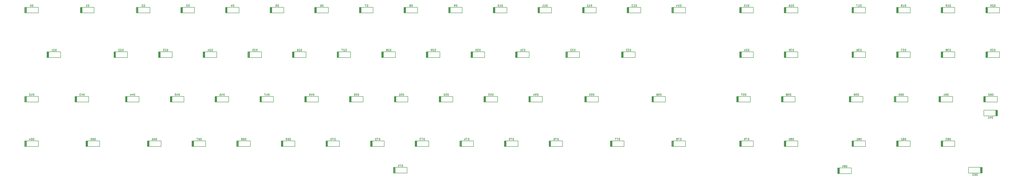
<source format=gbo>
%TF.GenerationSoftware,KiCad,Pcbnew,5.1.9-1.fc33*%
%TF.CreationDate,2021-04-02T14:54:25-04:00*%
%TF.ProjectId,pcb,7063622e-6b69-4636-9164-5f7063625858,rev?*%
%TF.SameCoordinates,Original*%
%TF.FileFunction,Legend,Bot*%
%TF.FilePolarity,Positive*%
%FSLAX46Y46*%
G04 Gerber Fmt 4.6, Leading zero omitted, Abs format (unit mm)*
G04 Created by KiCad (PCBNEW 5.1.9-1.fc33) date 2021-04-02 14:54:25*
%MOMM*%
%LPD*%
G01*
G04 APERTURE LIST*
%ADD10C,0.200000*%
%ADD11C,0.150000*%
G04 APERTURE END LIST*
D10*
%TO.C,D0*%
X87133000Y-187930000D02*
X87133000Y-185530000D01*
X86958000Y-187930000D02*
X86958000Y-185530000D01*
X86783000Y-187930000D02*
X86783000Y-185530000D01*
X86383000Y-185530000D02*
X86383000Y-187930000D01*
X86608000Y-187930000D02*
X86608000Y-185530000D01*
X86483000Y-187930000D02*
X86483000Y-185530000D01*
X86408000Y-187930000D02*
X92208000Y-187930000D01*
X92208000Y-187930000D02*
X92208000Y-185530000D01*
X92208000Y-185530000D02*
X86408000Y-185530000D01*
%TO.C,D1*%
X110883000Y-187930000D02*
X110883000Y-185530000D01*
X110708000Y-187930000D02*
X110708000Y-185530000D01*
X110533000Y-187930000D02*
X110533000Y-185530000D01*
X110133000Y-185530000D02*
X110133000Y-187930000D01*
X110358000Y-187930000D02*
X110358000Y-185530000D01*
X110233000Y-187930000D02*
X110233000Y-185530000D01*
X110158000Y-187930000D02*
X115958000Y-187930000D01*
X115958000Y-187930000D02*
X115958000Y-185530000D01*
X115958000Y-185530000D02*
X110158000Y-185530000D01*
%TO.C,D2*%
X134633000Y-187930000D02*
X134633000Y-185530000D01*
X134458000Y-187930000D02*
X134458000Y-185530000D01*
X134283000Y-187930000D02*
X134283000Y-185530000D01*
X133883000Y-185530000D02*
X133883000Y-187930000D01*
X134108000Y-187930000D02*
X134108000Y-185530000D01*
X133983000Y-187930000D02*
X133983000Y-185530000D01*
X133908000Y-187930000D02*
X139708000Y-187930000D01*
X139708000Y-187930000D02*
X139708000Y-185530000D01*
X139708000Y-185530000D02*
X133908000Y-185530000D01*
%TO.C,D3*%
X153633000Y-187930000D02*
X153633000Y-185530000D01*
X153458000Y-187930000D02*
X153458000Y-185530000D01*
X153283000Y-187930000D02*
X153283000Y-185530000D01*
X152883000Y-185530000D02*
X152883000Y-187930000D01*
X153108000Y-187930000D02*
X153108000Y-185530000D01*
X152983000Y-187930000D02*
X152983000Y-185530000D01*
X152908000Y-187930000D02*
X158708000Y-187930000D01*
X158708000Y-187930000D02*
X158708000Y-185530000D01*
X158708000Y-185530000D02*
X152908000Y-185530000D01*
%TO.C,D4*%
X172633000Y-187930000D02*
X172633000Y-185530000D01*
X172458000Y-187930000D02*
X172458000Y-185530000D01*
X172283000Y-187930000D02*
X172283000Y-185530000D01*
X171883000Y-185530000D02*
X171883000Y-187930000D01*
X172108000Y-187930000D02*
X172108000Y-185530000D01*
X171983000Y-187930000D02*
X171983000Y-185530000D01*
X171908000Y-187930000D02*
X177708000Y-187930000D01*
X177708000Y-187930000D02*
X177708000Y-185530000D01*
X177708000Y-185530000D02*
X171908000Y-185530000D01*
%TO.C,D5*%
X191633000Y-187930000D02*
X191633000Y-185530000D01*
X191458000Y-187930000D02*
X191458000Y-185530000D01*
X191283000Y-187930000D02*
X191283000Y-185530000D01*
X190883000Y-185530000D02*
X190883000Y-187930000D01*
X191108000Y-187930000D02*
X191108000Y-185530000D01*
X190983000Y-187930000D02*
X190983000Y-185530000D01*
X190908000Y-187930000D02*
X196708000Y-187930000D01*
X196708000Y-187930000D02*
X196708000Y-185530000D01*
X196708000Y-185530000D02*
X190908000Y-185530000D01*
%TO.C,D6*%
X210633000Y-187930000D02*
X210633000Y-185530000D01*
X210458000Y-187930000D02*
X210458000Y-185530000D01*
X210283000Y-187930000D02*
X210283000Y-185530000D01*
X209883000Y-185530000D02*
X209883000Y-187930000D01*
X210108000Y-187930000D02*
X210108000Y-185530000D01*
X209983000Y-187930000D02*
X209983000Y-185530000D01*
X209908000Y-187930000D02*
X215708000Y-187930000D01*
X215708000Y-187930000D02*
X215708000Y-185530000D01*
X215708000Y-185530000D02*
X209908000Y-185530000D01*
%TO.C,D7*%
X229633000Y-187930000D02*
X229633000Y-185530000D01*
X229458000Y-187930000D02*
X229458000Y-185530000D01*
X229283000Y-187930000D02*
X229283000Y-185530000D01*
X228883000Y-185530000D02*
X228883000Y-187930000D01*
X229108000Y-187930000D02*
X229108000Y-185530000D01*
X228983000Y-187930000D02*
X228983000Y-185530000D01*
X228908000Y-187930000D02*
X234708000Y-187930000D01*
X234708000Y-187930000D02*
X234708000Y-185530000D01*
X234708000Y-185530000D02*
X228908000Y-185530000D01*
%TO.C,D8*%
X248633000Y-187930000D02*
X248633000Y-185530000D01*
X248458000Y-187930000D02*
X248458000Y-185530000D01*
X248283000Y-187930000D02*
X248283000Y-185530000D01*
X247883000Y-185530000D02*
X247883000Y-187930000D01*
X248108000Y-187930000D02*
X248108000Y-185530000D01*
X247983000Y-187930000D02*
X247983000Y-185530000D01*
X247908000Y-187930000D02*
X253708000Y-187930000D01*
X253708000Y-187930000D02*
X253708000Y-185530000D01*
X253708000Y-185530000D02*
X247908000Y-185530000D01*
%TO.C,D9*%
X267633000Y-187930000D02*
X267633000Y-185530000D01*
X267458000Y-187930000D02*
X267458000Y-185530000D01*
X267283000Y-187930000D02*
X267283000Y-185530000D01*
X266883000Y-185530000D02*
X266883000Y-187930000D01*
X267108000Y-187930000D02*
X267108000Y-185530000D01*
X266983000Y-187930000D02*
X266983000Y-185530000D01*
X266908000Y-187930000D02*
X272708000Y-187930000D01*
X272708000Y-187930000D02*
X272708000Y-185530000D01*
X272708000Y-185530000D02*
X266908000Y-185530000D01*
%TO.C,D10*%
X286633000Y-187930000D02*
X286633000Y-185530000D01*
X286458000Y-187930000D02*
X286458000Y-185530000D01*
X286283000Y-187930000D02*
X286283000Y-185530000D01*
X285883000Y-185530000D02*
X285883000Y-187930000D01*
X286108000Y-187930000D02*
X286108000Y-185530000D01*
X285983000Y-187930000D02*
X285983000Y-185530000D01*
X285908000Y-187930000D02*
X291708000Y-187930000D01*
X291708000Y-187930000D02*
X291708000Y-185530000D01*
X291708000Y-185530000D02*
X285908000Y-185530000D01*
%TO.C,D11*%
X305633000Y-187930000D02*
X305633000Y-185530000D01*
X305458000Y-187930000D02*
X305458000Y-185530000D01*
X305283000Y-187930000D02*
X305283000Y-185530000D01*
X304883000Y-185530000D02*
X304883000Y-187930000D01*
X305108000Y-187930000D02*
X305108000Y-185530000D01*
X304983000Y-187930000D02*
X304983000Y-185530000D01*
X304908000Y-187930000D02*
X310708000Y-187930000D01*
X310708000Y-187930000D02*
X310708000Y-185530000D01*
X310708000Y-185530000D02*
X304908000Y-185530000D01*
%TO.C,D12*%
X324633000Y-187930000D02*
X324633000Y-185530000D01*
X324458000Y-187930000D02*
X324458000Y-185530000D01*
X324283000Y-187930000D02*
X324283000Y-185530000D01*
X323883000Y-185530000D02*
X323883000Y-187930000D01*
X324108000Y-187930000D02*
X324108000Y-185530000D01*
X323983000Y-187930000D02*
X323983000Y-185530000D01*
X323908000Y-187930000D02*
X329708000Y-187930000D01*
X329708000Y-187930000D02*
X329708000Y-185530000D01*
X329708000Y-185530000D02*
X323908000Y-185530000D01*
%TO.C,D13*%
X343633000Y-187930000D02*
X343633000Y-185530000D01*
X343458000Y-187930000D02*
X343458000Y-185530000D01*
X343283000Y-187930000D02*
X343283000Y-185530000D01*
X342883000Y-185530000D02*
X342883000Y-187930000D01*
X343108000Y-187930000D02*
X343108000Y-185530000D01*
X342983000Y-187930000D02*
X342983000Y-185530000D01*
X342908000Y-187930000D02*
X348708000Y-187930000D01*
X348708000Y-187930000D02*
X348708000Y-185530000D01*
X348708000Y-185530000D02*
X342908000Y-185530000D01*
%TO.C,D14*%
X362633000Y-187930000D02*
X362633000Y-185530000D01*
X362458000Y-187930000D02*
X362458000Y-185530000D01*
X362283000Y-187930000D02*
X362283000Y-185530000D01*
X361883000Y-185530000D02*
X361883000Y-187930000D01*
X362108000Y-187930000D02*
X362108000Y-185530000D01*
X361983000Y-187930000D02*
X361983000Y-185530000D01*
X361908000Y-187930000D02*
X367708000Y-187930000D01*
X367708000Y-187930000D02*
X367708000Y-185530000D01*
X367708000Y-185530000D02*
X361908000Y-185530000D01*
%TO.C,D15*%
X391533000Y-187930000D02*
X391533000Y-185530000D01*
X391358000Y-187930000D02*
X391358000Y-185530000D01*
X391183000Y-187930000D02*
X391183000Y-185530000D01*
X390783000Y-185530000D02*
X390783000Y-187930000D01*
X391008000Y-187930000D02*
X391008000Y-185530000D01*
X390883000Y-187930000D02*
X390883000Y-185530000D01*
X390808000Y-187930000D02*
X396608000Y-187930000D01*
X396608000Y-187930000D02*
X396608000Y-185530000D01*
X396608000Y-185530000D02*
X390808000Y-185530000D01*
%TO.C,D16*%
X410533000Y-187930000D02*
X410533000Y-185530000D01*
X410358000Y-187930000D02*
X410358000Y-185530000D01*
X410183000Y-187930000D02*
X410183000Y-185530000D01*
X409783000Y-185530000D02*
X409783000Y-187930000D01*
X410008000Y-187930000D02*
X410008000Y-185530000D01*
X409883000Y-187930000D02*
X409883000Y-185530000D01*
X409808000Y-187930000D02*
X415608000Y-187930000D01*
X415608000Y-187930000D02*
X415608000Y-185530000D01*
X415608000Y-185530000D02*
X409808000Y-185530000D01*
%TO.C,D17*%
X439333000Y-187930000D02*
X439333000Y-185530000D01*
X439158000Y-187930000D02*
X439158000Y-185530000D01*
X438983000Y-187930000D02*
X438983000Y-185530000D01*
X438583000Y-185530000D02*
X438583000Y-187930000D01*
X438808000Y-187930000D02*
X438808000Y-185530000D01*
X438683000Y-187930000D02*
X438683000Y-185530000D01*
X438608000Y-187930000D02*
X444408000Y-187930000D01*
X444408000Y-187930000D02*
X444408000Y-185530000D01*
X444408000Y-185530000D02*
X438608000Y-185530000D01*
%TO.C,D18*%
X458333000Y-187930000D02*
X458333000Y-185530000D01*
X458158000Y-187930000D02*
X458158000Y-185530000D01*
X457983000Y-187930000D02*
X457983000Y-185530000D01*
X457583000Y-185530000D02*
X457583000Y-187930000D01*
X457808000Y-187930000D02*
X457808000Y-185530000D01*
X457683000Y-187930000D02*
X457683000Y-185530000D01*
X457608000Y-187930000D02*
X463408000Y-187930000D01*
X463408000Y-187930000D02*
X463408000Y-185530000D01*
X463408000Y-185530000D02*
X457608000Y-185530000D01*
%TO.C,D19*%
X477333000Y-187930000D02*
X477333000Y-185530000D01*
X477158000Y-187930000D02*
X477158000Y-185530000D01*
X476983000Y-187930000D02*
X476983000Y-185530000D01*
X476583000Y-185530000D02*
X476583000Y-187930000D01*
X476808000Y-187930000D02*
X476808000Y-185530000D01*
X476683000Y-187930000D02*
X476683000Y-185530000D01*
X476608000Y-187930000D02*
X482408000Y-187930000D01*
X482408000Y-187930000D02*
X482408000Y-185530000D01*
X482408000Y-185530000D02*
X476608000Y-185530000D01*
%TO.C,D20*%
X496333000Y-187930000D02*
X496333000Y-185530000D01*
X496158000Y-187930000D02*
X496158000Y-185530000D01*
X495983000Y-187930000D02*
X495983000Y-185530000D01*
X495583000Y-185530000D02*
X495583000Y-187930000D01*
X495808000Y-187930000D02*
X495808000Y-185530000D01*
X495683000Y-187930000D02*
X495683000Y-185530000D01*
X495608000Y-187930000D02*
X501408000Y-187930000D01*
X501408000Y-187930000D02*
X501408000Y-185530000D01*
X501408000Y-185530000D02*
X495608000Y-185530000D01*
%TO.C,D21*%
X96633000Y-206930000D02*
X96633000Y-204530000D01*
X96458000Y-206930000D02*
X96458000Y-204530000D01*
X96283000Y-206930000D02*
X96283000Y-204530000D01*
X95883000Y-204530000D02*
X95883000Y-206930000D01*
X96108000Y-206930000D02*
X96108000Y-204530000D01*
X95983000Y-206930000D02*
X95983000Y-204530000D01*
X95908000Y-206930000D02*
X101708000Y-206930000D01*
X101708000Y-206930000D02*
X101708000Y-204530000D01*
X101708000Y-204530000D02*
X95908000Y-204530000D01*
%TO.C,D22*%
X125133000Y-206930000D02*
X125133000Y-204530000D01*
X124958000Y-206930000D02*
X124958000Y-204530000D01*
X124783000Y-206930000D02*
X124783000Y-204530000D01*
X124383000Y-204530000D02*
X124383000Y-206930000D01*
X124608000Y-206930000D02*
X124608000Y-204530000D01*
X124483000Y-206930000D02*
X124483000Y-204530000D01*
X124408000Y-206930000D02*
X130208000Y-206930000D01*
X130208000Y-206930000D02*
X130208000Y-204530000D01*
X130208000Y-204530000D02*
X124408000Y-204530000D01*
%TO.C,D23*%
X144133000Y-206930000D02*
X144133000Y-204530000D01*
X143958000Y-206930000D02*
X143958000Y-204530000D01*
X143783000Y-206930000D02*
X143783000Y-204530000D01*
X143383000Y-204530000D02*
X143383000Y-206930000D01*
X143608000Y-206930000D02*
X143608000Y-204530000D01*
X143483000Y-206930000D02*
X143483000Y-204530000D01*
X143408000Y-206930000D02*
X149208000Y-206930000D01*
X149208000Y-206930000D02*
X149208000Y-204530000D01*
X149208000Y-204530000D02*
X143408000Y-204530000D01*
%TO.C,D24*%
X163133000Y-206930000D02*
X163133000Y-204530000D01*
X162958000Y-206930000D02*
X162958000Y-204530000D01*
X162783000Y-206930000D02*
X162783000Y-204530000D01*
X162383000Y-204530000D02*
X162383000Y-206930000D01*
X162608000Y-206930000D02*
X162608000Y-204530000D01*
X162483000Y-206930000D02*
X162483000Y-204530000D01*
X162408000Y-206930000D02*
X168208000Y-206930000D01*
X168208000Y-206930000D02*
X168208000Y-204530000D01*
X168208000Y-204530000D02*
X162408000Y-204530000D01*
%TO.C,D25*%
X182133000Y-206930000D02*
X182133000Y-204530000D01*
X181958000Y-206930000D02*
X181958000Y-204530000D01*
X181783000Y-206930000D02*
X181783000Y-204530000D01*
X181383000Y-204530000D02*
X181383000Y-206930000D01*
X181608000Y-206930000D02*
X181608000Y-204530000D01*
X181483000Y-206930000D02*
X181483000Y-204530000D01*
X181408000Y-206930000D02*
X187208000Y-206930000D01*
X187208000Y-206930000D02*
X187208000Y-204530000D01*
X187208000Y-204530000D02*
X181408000Y-204530000D01*
%TO.C,D26*%
X201133000Y-206930000D02*
X201133000Y-204530000D01*
X200958000Y-206930000D02*
X200958000Y-204530000D01*
X200783000Y-206930000D02*
X200783000Y-204530000D01*
X200383000Y-204530000D02*
X200383000Y-206930000D01*
X200608000Y-206930000D02*
X200608000Y-204530000D01*
X200483000Y-206930000D02*
X200483000Y-204530000D01*
X200408000Y-206930000D02*
X206208000Y-206930000D01*
X206208000Y-206930000D02*
X206208000Y-204530000D01*
X206208000Y-204530000D02*
X200408000Y-204530000D01*
%TO.C,D27*%
X220133000Y-206930000D02*
X220133000Y-204530000D01*
X219958000Y-206930000D02*
X219958000Y-204530000D01*
X219783000Y-206930000D02*
X219783000Y-204530000D01*
X219383000Y-204530000D02*
X219383000Y-206930000D01*
X219608000Y-206930000D02*
X219608000Y-204530000D01*
X219483000Y-206930000D02*
X219483000Y-204530000D01*
X219408000Y-206930000D02*
X225208000Y-206930000D01*
X225208000Y-206930000D02*
X225208000Y-204530000D01*
X225208000Y-204530000D02*
X219408000Y-204530000D01*
%TO.C,D28*%
X239133000Y-206930000D02*
X239133000Y-204530000D01*
X238958000Y-206930000D02*
X238958000Y-204530000D01*
X238783000Y-206930000D02*
X238783000Y-204530000D01*
X238383000Y-204530000D02*
X238383000Y-206930000D01*
X238608000Y-206930000D02*
X238608000Y-204530000D01*
X238483000Y-206930000D02*
X238483000Y-204530000D01*
X238408000Y-206930000D02*
X244208000Y-206930000D01*
X244208000Y-206930000D02*
X244208000Y-204530000D01*
X244208000Y-204530000D02*
X238408000Y-204530000D01*
%TO.C,D29*%
X258133000Y-206930000D02*
X258133000Y-204530000D01*
X257958000Y-206930000D02*
X257958000Y-204530000D01*
X257783000Y-206930000D02*
X257783000Y-204530000D01*
X257383000Y-204530000D02*
X257383000Y-206930000D01*
X257608000Y-206930000D02*
X257608000Y-204530000D01*
X257483000Y-206930000D02*
X257483000Y-204530000D01*
X257408000Y-206930000D02*
X263208000Y-206930000D01*
X263208000Y-206930000D02*
X263208000Y-204530000D01*
X263208000Y-204530000D02*
X257408000Y-204530000D01*
%TO.C,D30*%
X277133000Y-206930000D02*
X277133000Y-204530000D01*
X276958000Y-206930000D02*
X276958000Y-204530000D01*
X276783000Y-206930000D02*
X276783000Y-204530000D01*
X276383000Y-204530000D02*
X276383000Y-206930000D01*
X276608000Y-206930000D02*
X276608000Y-204530000D01*
X276483000Y-206930000D02*
X276483000Y-204530000D01*
X276408000Y-206930000D02*
X282208000Y-206930000D01*
X282208000Y-206930000D02*
X282208000Y-204530000D01*
X282208000Y-204530000D02*
X276408000Y-204530000D01*
%TO.C,D31*%
X296133000Y-206930000D02*
X296133000Y-204530000D01*
X295958000Y-206930000D02*
X295958000Y-204530000D01*
X295783000Y-206930000D02*
X295783000Y-204530000D01*
X295383000Y-204530000D02*
X295383000Y-206930000D01*
X295608000Y-206930000D02*
X295608000Y-204530000D01*
X295483000Y-206930000D02*
X295483000Y-204530000D01*
X295408000Y-206930000D02*
X301208000Y-206930000D01*
X301208000Y-206930000D02*
X301208000Y-204530000D01*
X301208000Y-204530000D02*
X295408000Y-204530000D01*
%TO.C,D32*%
X317508000Y-206930000D02*
X317508000Y-204530000D01*
X317333000Y-206930000D02*
X317333000Y-204530000D01*
X317158000Y-206930000D02*
X317158000Y-204530000D01*
X316758000Y-204530000D02*
X316758000Y-206930000D01*
X316983000Y-206930000D02*
X316983000Y-204530000D01*
X316858000Y-206930000D02*
X316858000Y-204530000D01*
X316783000Y-206930000D02*
X322583000Y-206930000D01*
X322583000Y-206930000D02*
X322583000Y-204530000D01*
X322583000Y-204530000D02*
X316783000Y-204530000D01*
%TO.C,D33*%
X341258000Y-206930000D02*
X341258000Y-204530000D01*
X341083000Y-206930000D02*
X341083000Y-204530000D01*
X340908000Y-206930000D02*
X340908000Y-204530000D01*
X340508000Y-204530000D02*
X340508000Y-206930000D01*
X340733000Y-206930000D02*
X340733000Y-204530000D01*
X340608000Y-206930000D02*
X340608000Y-204530000D01*
X340533000Y-206930000D02*
X346333000Y-206930000D01*
X346333000Y-206930000D02*
X346333000Y-204530000D01*
X346333000Y-204530000D02*
X340533000Y-204530000D01*
%TO.C,D34*%
X391533000Y-206930000D02*
X391533000Y-204530000D01*
X391358000Y-206930000D02*
X391358000Y-204530000D01*
X391183000Y-206930000D02*
X391183000Y-204530000D01*
X390783000Y-204530000D02*
X390783000Y-206930000D01*
X391008000Y-206930000D02*
X391008000Y-204530000D01*
X390883000Y-206930000D02*
X390883000Y-204530000D01*
X390808000Y-206930000D02*
X396608000Y-206930000D01*
X396608000Y-206930000D02*
X396608000Y-204530000D01*
X396608000Y-204530000D02*
X390808000Y-204530000D01*
%TO.C,D35*%
X410533000Y-206930000D02*
X410533000Y-204530000D01*
X410358000Y-206930000D02*
X410358000Y-204530000D01*
X410183000Y-206930000D02*
X410183000Y-204530000D01*
X409783000Y-204530000D02*
X409783000Y-206930000D01*
X410008000Y-206930000D02*
X410008000Y-204530000D01*
X409883000Y-206930000D02*
X409883000Y-204530000D01*
X409808000Y-206930000D02*
X415608000Y-206930000D01*
X415608000Y-206930000D02*
X415608000Y-204530000D01*
X415608000Y-204530000D02*
X409808000Y-204530000D01*
%TO.C,D36*%
X439333000Y-206930000D02*
X439333000Y-204530000D01*
X439158000Y-206930000D02*
X439158000Y-204530000D01*
X438983000Y-206930000D02*
X438983000Y-204530000D01*
X438583000Y-204530000D02*
X438583000Y-206930000D01*
X438808000Y-206930000D02*
X438808000Y-204530000D01*
X438683000Y-206930000D02*
X438683000Y-204530000D01*
X438608000Y-206930000D02*
X444408000Y-206930000D01*
X444408000Y-206930000D02*
X444408000Y-204530000D01*
X444408000Y-204530000D02*
X438608000Y-204530000D01*
%TO.C,D37*%
X458333000Y-206930000D02*
X458333000Y-204530000D01*
X458158000Y-206930000D02*
X458158000Y-204530000D01*
X457983000Y-206930000D02*
X457983000Y-204530000D01*
X457583000Y-204530000D02*
X457583000Y-206930000D01*
X457808000Y-206930000D02*
X457808000Y-204530000D01*
X457683000Y-206930000D02*
X457683000Y-204530000D01*
X457608000Y-206930000D02*
X463408000Y-206930000D01*
X463408000Y-206930000D02*
X463408000Y-204530000D01*
X463408000Y-204530000D02*
X457608000Y-204530000D01*
%TO.C,D38*%
X477333000Y-206930000D02*
X477333000Y-204530000D01*
X477158000Y-206930000D02*
X477158000Y-204530000D01*
X476983000Y-206930000D02*
X476983000Y-204530000D01*
X476583000Y-204530000D02*
X476583000Y-206930000D01*
X476808000Y-206930000D02*
X476808000Y-204530000D01*
X476683000Y-206930000D02*
X476683000Y-204530000D01*
X476608000Y-206930000D02*
X482408000Y-206930000D01*
X482408000Y-206930000D02*
X482408000Y-204530000D01*
X482408000Y-204530000D02*
X476608000Y-204530000D01*
%TO.C,D39*%
X496333000Y-206930000D02*
X496333000Y-204530000D01*
X496158000Y-206930000D02*
X496158000Y-204530000D01*
X495983000Y-206930000D02*
X495983000Y-204530000D01*
X495583000Y-204530000D02*
X495583000Y-206930000D01*
X495808000Y-206930000D02*
X495808000Y-204530000D01*
X495683000Y-206930000D02*
X495683000Y-204530000D01*
X495608000Y-206930000D02*
X501408000Y-206930000D01*
X501408000Y-206930000D02*
X501408000Y-204530000D01*
X501408000Y-204530000D02*
X495608000Y-204530000D01*
%TO.C,D41*%
X499799000Y-229432000D02*
X499799000Y-231832000D01*
X499974000Y-229432000D02*
X499974000Y-231832000D01*
X500149000Y-229432000D02*
X500149000Y-231832000D01*
X500549000Y-231832000D02*
X500549000Y-229432000D01*
X500324000Y-229432000D02*
X500324000Y-231832000D01*
X500449000Y-229432000D02*
X500449000Y-231832000D01*
X500524000Y-229432000D02*
X494724000Y-229432000D01*
X494724000Y-229432000D02*
X494724000Y-231832000D01*
X494724000Y-231832000D02*
X500524000Y-231832000D01*
%TO.C,D42*%
X87133000Y-225930000D02*
X87133000Y-223530000D01*
X86958000Y-225930000D02*
X86958000Y-223530000D01*
X86783000Y-225930000D02*
X86783000Y-223530000D01*
X86383000Y-223530000D02*
X86383000Y-225930000D01*
X86608000Y-225930000D02*
X86608000Y-223530000D01*
X86483000Y-225930000D02*
X86483000Y-223530000D01*
X86408000Y-225930000D02*
X92208000Y-225930000D01*
X92208000Y-225930000D02*
X92208000Y-223530000D01*
X92208000Y-223530000D02*
X86408000Y-223530000D01*
%TO.C,D43*%
X108586750Y-225930000D02*
X108586750Y-223530000D01*
X108411750Y-225930000D02*
X108411750Y-223530000D01*
X108236750Y-225930000D02*
X108236750Y-223530000D01*
X107836750Y-223530000D02*
X107836750Y-225930000D01*
X108061750Y-225930000D02*
X108061750Y-223530000D01*
X107936750Y-225930000D02*
X107936750Y-223530000D01*
X107861750Y-225930000D02*
X113661750Y-225930000D01*
X113661750Y-225930000D02*
X113661750Y-223530000D01*
X113661750Y-223530000D02*
X107861750Y-223530000D01*
%TO.C,D44*%
X130040500Y-225930000D02*
X130040500Y-223530000D01*
X129865500Y-225930000D02*
X129865500Y-223530000D01*
X129690500Y-225930000D02*
X129690500Y-223530000D01*
X129290500Y-223530000D02*
X129290500Y-225930000D01*
X129515500Y-225930000D02*
X129515500Y-223530000D01*
X129390500Y-225930000D02*
X129390500Y-223530000D01*
X129315500Y-225930000D02*
X135115500Y-225930000D01*
X135115500Y-225930000D02*
X135115500Y-223530000D01*
X135115500Y-223530000D02*
X129315500Y-223530000D01*
%TO.C,D45*%
X149119250Y-225930000D02*
X149119250Y-223530000D01*
X148944250Y-225930000D02*
X148944250Y-223530000D01*
X148769250Y-225930000D02*
X148769250Y-223530000D01*
X148369250Y-223530000D02*
X148369250Y-225930000D01*
X148594250Y-225930000D02*
X148594250Y-223530000D01*
X148469250Y-225930000D02*
X148469250Y-223530000D01*
X148394250Y-225930000D02*
X154194250Y-225930000D01*
X154194250Y-225930000D02*
X154194250Y-223530000D01*
X154194250Y-223530000D02*
X148394250Y-223530000D01*
%TO.C,D46*%
X168198000Y-225930000D02*
X168198000Y-223530000D01*
X168023000Y-225930000D02*
X168023000Y-223530000D01*
X167848000Y-225930000D02*
X167848000Y-223530000D01*
X167448000Y-223530000D02*
X167448000Y-225930000D01*
X167673000Y-225930000D02*
X167673000Y-223530000D01*
X167548000Y-225930000D02*
X167548000Y-223530000D01*
X167473000Y-225930000D02*
X173273000Y-225930000D01*
X173273000Y-225930000D02*
X173273000Y-223530000D01*
X173273000Y-223530000D02*
X167473000Y-223530000D01*
%TO.C,D47*%
X187276750Y-225930000D02*
X187276750Y-223530000D01*
X187101750Y-225930000D02*
X187101750Y-223530000D01*
X186926750Y-225930000D02*
X186926750Y-223530000D01*
X186526750Y-223530000D02*
X186526750Y-225930000D01*
X186751750Y-225930000D02*
X186751750Y-223530000D01*
X186626750Y-225930000D02*
X186626750Y-223530000D01*
X186551750Y-225930000D02*
X192351750Y-225930000D01*
X192351750Y-225930000D02*
X192351750Y-223530000D01*
X192351750Y-223530000D02*
X186551750Y-223530000D01*
%TO.C,D49*%
X206355500Y-225930000D02*
X206355500Y-223530000D01*
X206180500Y-225930000D02*
X206180500Y-223530000D01*
X206005500Y-225930000D02*
X206005500Y-223530000D01*
X205605500Y-223530000D02*
X205605500Y-225930000D01*
X205830500Y-225930000D02*
X205830500Y-223530000D01*
X205705500Y-225930000D02*
X205705500Y-223530000D01*
X205630500Y-225930000D02*
X211430500Y-225930000D01*
X211430500Y-225930000D02*
X211430500Y-223530000D01*
X211430500Y-223530000D02*
X205630500Y-223530000D01*
%TO.C,D50*%
X225434250Y-225930000D02*
X225434250Y-223530000D01*
X225259250Y-225930000D02*
X225259250Y-223530000D01*
X225084250Y-225930000D02*
X225084250Y-223530000D01*
X224684250Y-223530000D02*
X224684250Y-225930000D01*
X224909250Y-225930000D02*
X224909250Y-223530000D01*
X224784250Y-225930000D02*
X224784250Y-223530000D01*
X224709250Y-225930000D02*
X230509250Y-225930000D01*
X230509250Y-225930000D02*
X230509250Y-223530000D01*
X230509250Y-223530000D02*
X224709250Y-223530000D01*
%TO.C,D51*%
X244513000Y-225930000D02*
X244513000Y-223530000D01*
X244338000Y-225930000D02*
X244338000Y-223530000D01*
X244163000Y-225930000D02*
X244163000Y-223530000D01*
X243763000Y-223530000D02*
X243763000Y-225930000D01*
X243988000Y-225930000D02*
X243988000Y-223530000D01*
X243863000Y-225930000D02*
X243863000Y-223530000D01*
X243788000Y-225930000D02*
X249588000Y-225930000D01*
X249588000Y-225930000D02*
X249588000Y-223530000D01*
X249588000Y-223530000D02*
X243788000Y-223530000D01*
%TO.C,D52*%
X263591750Y-225930000D02*
X263591750Y-223530000D01*
X263416750Y-225930000D02*
X263416750Y-223530000D01*
X263241750Y-225930000D02*
X263241750Y-223530000D01*
X262841750Y-223530000D02*
X262841750Y-225930000D01*
X263066750Y-225930000D02*
X263066750Y-223530000D01*
X262941750Y-225930000D02*
X262941750Y-223530000D01*
X262866750Y-225930000D02*
X268666750Y-225930000D01*
X268666750Y-225930000D02*
X268666750Y-223530000D01*
X268666750Y-223530000D02*
X262866750Y-223530000D01*
%TO.C,D53*%
X282670500Y-225930000D02*
X282670500Y-223530000D01*
X282495500Y-225930000D02*
X282495500Y-223530000D01*
X282320500Y-225930000D02*
X282320500Y-223530000D01*
X281920500Y-223530000D02*
X281920500Y-225930000D01*
X282145500Y-225930000D02*
X282145500Y-223530000D01*
X282020500Y-225930000D02*
X282020500Y-223530000D01*
X281945500Y-225930000D02*
X287745500Y-225930000D01*
X287745500Y-225930000D02*
X287745500Y-223530000D01*
X287745500Y-223530000D02*
X281945500Y-223530000D01*
%TO.C,D54*%
X301749250Y-225930000D02*
X301749250Y-223530000D01*
X301574250Y-225930000D02*
X301574250Y-223530000D01*
X301399250Y-225930000D02*
X301399250Y-223530000D01*
X300999250Y-223530000D02*
X300999250Y-225930000D01*
X301224250Y-225930000D02*
X301224250Y-223530000D01*
X301099250Y-225930000D02*
X301099250Y-223530000D01*
X301024250Y-225930000D02*
X306824250Y-225930000D01*
X306824250Y-225930000D02*
X306824250Y-223530000D01*
X306824250Y-223530000D02*
X301024250Y-223530000D01*
%TO.C,D55*%
X325578000Y-225930000D02*
X325578000Y-223530000D01*
X325403000Y-225930000D02*
X325403000Y-223530000D01*
X325228000Y-225930000D02*
X325228000Y-223530000D01*
X324828000Y-223530000D02*
X324828000Y-225930000D01*
X325053000Y-225930000D02*
X325053000Y-223530000D01*
X324928000Y-225930000D02*
X324928000Y-223530000D01*
X324853000Y-225930000D02*
X330653000Y-225930000D01*
X330653000Y-225930000D02*
X330653000Y-223530000D01*
X330653000Y-223530000D02*
X324853000Y-223530000D01*
%TO.C,D56*%
X354156750Y-225930000D02*
X354156750Y-223530000D01*
X353981750Y-225930000D02*
X353981750Y-223530000D01*
X353806750Y-225930000D02*
X353806750Y-223530000D01*
X353406750Y-223530000D02*
X353406750Y-225930000D01*
X353631750Y-225930000D02*
X353631750Y-223530000D01*
X353506750Y-225930000D02*
X353506750Y-223530000D01*
X353431750Y-225930000D02*
X359231750Y-225930000D01*
X359231750Y-225930000D02*
X359231750Y-223530000D01*
X359231750Y-223530000D02*
X353431750Y-223530000D01*
%TO.C,D57*%
X390260500Y-225930000D02*
X390260500Y-223530000D01*
X390085500Y-225930000D02*
X390085500Y-223530000D01*
X389910500Y-225930000D02*
X389910500Y-223530000D01*
X389510500Y-223530000D02*
X389510500Y-225930000D01*
X389735500Y-225930000D02*
X389735500Y-223530000D01*
X389610500Y-225930000D02*
X389610500Y-223530000D01*
X389535500Y-225930000D02*
X395335500Y-225930000D01*
X395335500Y-225930000D02*
X395335500Y-223530000D01*
X395335500Y-223530000D02*
X389535500Y-223530000D01*
%TO.C,D58*%
X409339250Y-225930000D02*
X409339250Y-223530000D01*
X409164250Y-225930000D02*
X409164250Y-223530000D01*
X408989250Y-225930000D02*
X408989250Y-223530000D01*
X408589250Y-223530000D02*
X408589250Y-225930000D01*
X408814250Y-225930000D02*
X408814250Y-223530000D01*
X408689250Y-225930000D02*
X408689250Y-223530000D01*
X408614250Y-225930000D02*
X414414250Y-225930000D01*
X414414250Y-225930000D02*
X414414250Y-223530000D01*
X414414250Y-223530000D02*
X408614250Y-223530000D01*
%TO.C,D59*%
X438218000Y-225930000D02*
X438218000Y-223530000D01*
X438043000Y-225930000D02*
X438043000Y-223530000D01*
X437868000Y-225930000D02*
X437868000Y-223530000D01*
X437468000Y-223530000D02*
X437468000Y-225930000D01*
X437693000Y-225930000D02*
X437693000Y-223530000D01*
X437568000Y-225930000D02*
X437568000Y-223530000D01*
X437493000Y-225930000D02*
X443293000Y-225930000D01*
X443293000Y-225930000D02*
X443293000Y-223530000D01*
X443293000Y-223530000D02*
X437493000Y-223530000D01*
%TO.C,D60*%
X457296750Y-225930000D02*
X457296750Y-223530000D01*
X457121750Y-225930000D02*
X457121750Y-223530000D01*
X456946750Y-225930000D02*
X456946750Y-223530000D01*
X456546750Y-223530000D02*
X456546750Y-225930000D01*
X456771750Y-225930000D02*
X456771750Y-223530000D01*
X456646750Y-225930000D02*
X456646750Y-223530000D01*
X456571750Y-225930000D02*
X462371750Y-225930000D01*
X462371750Y-225930000D02*
X462371750Y-223530000D01*
X462371750Y-223530000D02*
X456571750Y-223530000D01*
%TO.C,D61*%
X476375500Y-225930000D02*
X476375500Y-223530000D01*
X476200500Y-225930000D02*
X476200500Y-223530000D01*
X476025500Y-225930000D02*
X476025500Y-223530000D01*
X475625500Y-223530000D02*
X475625500Y-225930000D01*
X475850500Y-225930000D02*
X475850500Y-223530000D01*
X475725500Y-225930000D02*
X475725500Y-223530000D01*
X475650500Y-225930000D02*
X481450500Y-225930000D01*
X481450500Y-225930000D02*
X481450500Y-223530000D01*
X481450500Y-223530000D02*
X475650500Y-223530000D01*
%TO.C,D62*%
X495454250Y-225930000D02*
X495454250Y-223530000D01*
X495279250Y-225930000D02*
X495279250Y-223530000D01*
X495104250Y-225930000D02*
X495104250Y-223530000D01*
X494704250Y-223530000D02*
X494704250Y-225930000D01*
X494929250Y-225930000D02*
X494929250Y-223530000D01*
X494804250Y-225930000D02*
X494804250Y-223530000D01*
X494729250Y-225930000D02*
X500529250Y-225930000D01*
X500529250Y-225930000D02*
X500529250Y-223530000D01*
X500529250Y-223530000D02*
X494729250Y-223530000D01*
%TO.C,D63*%
X493285000Y-253816000D02*
X493285000Y-256216000D01*
X493460000Y-253816000D02*
X493460000Y-256216000D01*
X493635000Y-253816000D02*
X493635000Y-256216000D01*
X494035000Y-256216000D02*
X494035000Y-253816000D01*
X493810000Y-253816000D02*
X493810000Y-256216000D01*
X493935000Y-253816000D02*
X493935000Y-256216000D01*
X494010000Y-253816000D02*
X488210000Y-253816000D01*
X488210000Y-253816000D02*
X488210000Y-256216000D01*
X488210000Y-256216000D02*
X494010000Y-256216000D01*
%TO.C,D64*%
X87133000Y-244930000D02*
X87133000Y-242530000D01*
X86958000Y-244930000D02*
X86958000Y-242530000D01*
X86783000Y-244930000D02*
X86783000Y-242530000D01*
X86383000Y-242530000D02*
X86383000Y-244930000D01*
X86608000Y-244930000D02*
X86608000Y-242530000D01*
X86483000Y-244930000D02*
X86483000Y-242530000D01*
X86408000Y-244930000D02*
X92208000Y-244930000D01*
X92208000Y-244930000D02*
X92208000Y-242530000D01*
X92208000Y-242530000D02*
X86408000Y-242530000D01*
%TO.C,D65*%
X113258000Y-244930000D02*
X113258000Y-242530000D01*
X113083000Y-244930000D02*
X113083000Y-242530000D01*
X112908000Y-244930000D02*
X112908000Y-242530000D01*
X112508000Y-242530000D02*
X112508000Y-244930000D01*
X112733000Y-244930000D02*
X112733000Y-242530000D01*
X112608000Y-244930000D02*
X112608000Y-242530000D01*
X112533000Y-244930000D02*
X118333000Y-244930000D01*
X118333000Y-244930000D02*
X118333000Y-242530000D01*
X118333000Y-242530000D02*
X112533000Y-242530000D01*
%TO.C,D66*%
X139383000Y-244930000D02*
X139383000Y-242530000D01*
X139208000Y-244930000D02*
X139208000Y-242530000D01*
X139033000Y-244930000D02*
X139033000Y-242530000D01*
X138633000Y-242530000D02*
X138633000Y-244930000D01*
X138858000Y-244930000D02*
X138858000Y-242530000D01*
X138733000Y-244930000D02*
X138733000Y-242530000D01*
X138658000Y-244930000D02*
X144458000Y-244930000D01*
X144458000Y-244930000D02*
X144458000Y-242530000D01*
X144458000Y-242530000D02*
X138658000Y-242530000D01*
%TO.C,D67*%
X158383000Y-244930000D02*
X158383000Y-242530000D01*
X158208000Y-244930000D02*
X158208000Y-242530000D01*
X158033000Y-244930000D02*
X158033000Y-242530000D01*
X157633000Y-242530000D02*
X157633000Y-244930000D01*
X157858000Y-244930000D02*
X157858000Y-242530000D01*
X157733000Y-244930000D02*
X157733000Y-242530000D01*
X157658000Y-244930000D02*
X163458000Y-244930000D01*
X163458000Y-244930000D02*
X163458000Y-242530000D01*
X163458000Y-242530000D02*
X157658000Y-242530000D01*
%TO.C,D68*%
X177383000Y-244930000D02*
X177383000Y-242530000D01*
X177208000Y-244930000D02*
X177208000Y-242530000D01*
X177033000Y-244930000D02*
X177033000Y-242530000D01*
X176633000Y-242530000D02*
X176633000Y-244930000D01*
X176858000Y-244930000D02*
X176858000Y-242530000D01*
X176733000Y-244930000D02*
X176733000Y-242530000D01*
X176658000Y-244930000D02*
X182458000Y-244930000D01*
X182458000Y-244930000D02*
X182458000Y-242530000D01*
X182458000Y-242530000D02*
X176658000Y-242530000D01*
%TO.C,D69*%
X196383000Y-244930000D02*
X196383000Y-242530000D01*
X196208000Y-244930000D02*
X196208000Y-242530000D01*
X196033000Y-244930000D02*
X196033000Y-242530000D01*
X195633000Y-242530000D02*
X195633000Y-244930000D01*
X195858000Y-244930000D02*
X195858000Y-242530000D01*
X195733000Y-244930000D02*
X195733000Y-242530000D01*
X195658000Y-244930000D02*
X201458000Y-244930000D01*
X201458000Y-244930000D02*
X201458000Y-242530000D01*
X201458000Y-242530000D02*
X195658000Y-242530000D01*
%TO.C,D70*%
X215383000Y-244930000D02*
X215383000Y-242530000D01*
X215208000Y-244930000D02*
X215208000Y-242530000D01*
X215033000Y-244930000D02*
X215033000Y-242530000D01*
X214633000Y-242530000D02*
X214633000Y-244930000D01*
X214858000Y-244930000D02*
X214858000Y-242530000D01*
X214733000Y-244930000D02*
X214733000Y-242530000D01*
X214658000Y-244930000D02*
X220458000Y-244930000D01*
X220458000Y-244930000D02*
X220458000Y-242530000D01*
X220458000Y-242530000D02*
X214658000Y-242530000D01*
%TO.C,D71*%
X244105000Y-256216000D02*
X244105000Y-253816000D01*
X243930000Y-256216000D02*
X243930000Y-253816000D01*
X243755000Y-256216000D02*
X243755000Y-253816000D01*
X243355000Y-253816000D02*
X243355000Y-256216000D01*
X243580000Y-256216000D02*
X243580000Y-253816000D01*
X243455000Y-256216000D02*
X243455000Y-253816000D01*
X243380000Y-256216000D02*
X249180000Y-256216000D01*
X249180000Y-256216000D02*
X249180000Y-253816000D01*
X249180000Y-253816000D02*
X243380000Y-253816000D01*
%TO.C,D72*%
X234383000Y-244930000D02*
X234383000Y-242530000D01*
X234208000Y-244930000D02*
X234208000Y-242530000D01*
X234033000Y-244930000D02*
X234033000Y-242530000D01*
X233633000Y-242530000D02*
X233633000Y-244930000D01*
X233858000Y-244930000D02*
X233858000Y-242530000D01*
X233733000Y-244930000D02*
X233733000Y-242530000D01*
X233658000Y-244930000D02*
X239458000Y-244930000D01*
X239458000Y-244930000D02*
X239458000Y-242530000D01*
X239458000Y-242530000D02*
X233658000Y-242530000D01*
%TO.C,D73*%
X253383000Y-244930000D02*
X253383000Y-242530000D01*
X253208000Y-244930000D02*
X253208000Y-242530000D01*
X253033000Y-244930000D02*
X253033000Y-242530000D01*
X252633000Y-242530000D02*
X252633000Y-244930000D01*
X252858000Y-244930000D02*
X252858000Y-242530000D01*
X252733000Y-244930000D02*
X252733000Y-242530000D01*
X252658000Y-244930000D02*
X258458000Y-244930000D01*
X258458000Y-244930000D02*
X258458000Y-242530000D01*
X258458000Y-242530000D02*
X252658000Y-242530000D01*
%TO.C,D74*%
X272383000Y-244930000D02*
X272383000Y-242530000D01*
X272208000Y-244930000D02*
X272208000Y-242530000D01*
X272033000Y-244930000D02*
X272033000Y-242530000D01*
X271633000Y-242530000D02*
X271633000Y-244930000D01*
X271858000Y-244930000D02*
X271858000Y-242530000D01*
X271733000Y-244930000D02*
X271733000Y-242530000D01*
X271658000Y-244930000D02*
X277458000Y-244930000D01*
X277458000Y-244930000D02*
X277458000Y-242530000D01*
X277458000Y-242530000D02*
X271658000Y-242530000D01*
%TO.C,D75*%
X291383000Y-244930000D02*
X291383000Y-242530000D01*
X291208000Y-244930000D02*
X291208000Y-242530000D01*
X291033000Y-244930000D02*
X291033000Y-242530000D01*
X290633000Y-242530000D02*
X290633000Y-244930000D01*
X290858000Y-244930000D02*
X290858000Y-242530000D01*
X290733000Y-244930000D02*
X290733000Y-242530000D01*
X290658000Y-244930000D02*
X296458000Y-244930000D01*
X296458000Y-244930000D02*
X296458000Y-242530000D01*
X296458000Y-242530000D02*
X290658000Y-242530000D01*
%TO.C,D76*%
X310383000Y-244930000D02*
X310383000Y-242530000D01*
X310208000Y-244930000D02*
X310208000Y-242530000D01*
X310033000Y-244930000D02*
X310033000Y-242530000D01*
X309633000Y-242530000D02*
X309633000Y-244930000D01*
X309858000Y-244930000D02*
X309858000Y-242530000D01*
X309733000Y-244930000D02*
X309733000Y-242530000D01*
X309658000Y-244930000D02*
X315458000Y-244930000D01*
X315458000Y-244930000D02*
X315458000Y-242530000D01*
X315458000Y-242530000D02*
X309658000Y-242530000D01*
%TO.C,D77*%
X336508000Y-244930000D02*
X336508000Y-242530000D01*
X336333000Y-244930000D02*
X336333000Y-242530000D01*
X336158000Y-244930000D02*
X336158000Y-242530000D01*
X335758000Y-242530000D02*
X335758000Y-244930000D01*
X335983000Y-244930000D02*
X335983000Y-242530000D01*
X335858000Y-244930000D02*
X335858000Y-242530000D01*
X335783000Y-244930000D02*
X341583000Y-244930000D01*
X341583000Y-244930000D02*
X341583000Y-242530000D01*
X341583000Y-242530000D02*
X335783000Y-242530000D01*
%TO.C,D78*%
X362633000Y-244930000D02*
X362633000Y-242530000D01*
X362458000Y-244930000D02*
X362458000Y-242530000D01*
X362283000Y-244930000D02*
X362283000Y-242530000D01*
X361883000Y-242530000D02*
X361883000Y-244930000D01*
X362108000Y-244930000D02*
X362108000Y-242530000D01*
X361983000Y-244930000D02*
X361983000Y-242530000D01*
X361908000Y-244930000D02*
X367708000Y-244930000D01*
X367708000Y-244930000D02*
X367708000Y-242530000D01*
X367708000Y-242530000D02*
X361908000Y-242530000D01*
%TO.C,D79*%
X391533000Y-244930000D02*
X391533000Y-242530000D01*
X391358000Y-244930000D02*
X391358000Y-242530000D01*
X391183000Y-244930000D02*
X391183000Y-242530000D01*
X390783000Y-242530000D02*
X390783000Y-244930000D01*
X391008000Y-244930000D02*
X391008000Y-242530000D01*
X390883000Y-244930000D02*
X390883000Y-242530000D01*
X390808000Y-244930000D02*
X396608000Y-244930000D01*
X396608000Y-244930000D02*
X396608000Y-242530000D01*
X396608000Y-242530000D02*
X390808000Y-242530000D01*
%TO.C,D80*%
X410533000Y-244930000D02*
X410533000Y-242530000D01*
X410358000Y-244930000D02*
X410358000Y-242530000D01*
X410183000Y-244930000D02*
X410183000Y-242530000D01*
X409783000Y-242530000D02*
X409783000Y-244930000D01*
X410008000Y-244930000D02*
X410008000Y-242530000D01*
X409883000Y-244930000D02*
X409883000Y-242530000D01*
X409808000Y-244930000D02*
X415608000Y-244930000D01*
X415608000Y-244930000D02*
X415608000Y-242530000D01*
X415608000Y-242530000D02*
X409808000Y-242530000D01*
%TO.C,D81*%
X439333000Y-244930000D02*
X439333000Y-242530000D01*
X439158000Y-244930000D02*
X439158000Y-242530000D01*
X438983000Y-244930000D02*
X438983000Y-242530000D01*
X438583000Y-242530000D02*
X438583000Y-244930000D01*
X438808000Y-244930000D02*
X438808000Y-242530000D01*
X438683000Y-244930000D02*
X438683000Y-242530000D01*
X438608000Y-244930000D02*
X444408000Y-244930000D01*
X444408000Y-244930000D02*
X444408000Y-242530000D01*
X444408000Y-242530000D02*
X438608000Y-242530000D01*
%TO.C,D82*%
X458333000Y-244930000D02*
X458333000Y-242530000D01*
X458158000Y-244930000D02*
X458158000Y-242530000D01*
X457983000Y-244930000D02*
X457983000Y-242530000D01*
X457583000Y-242530000D02*
X457583000Y-244930000D01*
X457808000Y-244930000D02*
X457808000Y-242530000D01*
X457683000Y-244930000D02*
X457683000Y-242530000D01*
X457608000Y-244930000D02*
X463408000Y-244930000D01*
X463408000Y-244930000D02*
X463408000Y-242530000D01*
X463408000Y-242530000D02*
X457608000Y-242530000D01*
%TO.C,D83*%
X477333000Y-244930000D02*
X477333000Y-242530000D01*
X477158000Y-244930000D02*
X477158000Y-242530000D01*
X476983000Y-244930000D02*
X476983000Y-242530000D01*
X476583000Y-242530000D02*
X476583000Y-244930000D01*
X476808000Y-244930000D02*
X476808000Y-242530000D01*
X476683000Y-244930000D02*
X476683000Y-242530000D01*
X476608000Y-244930000D02*
X482408000Y-244930000D01*
X482408000Y-244930000D02*
X482408000Y-242530000D01*
X482408000Y-242530000D02*
X476608000Y-242530000D01*
%TO.C,D84*%
X433273000Y-256470000D02*
X433273000Y-254070000D01*
X433098000Y-256470000D02*
X433098000Y-254070000D01*
X432923000Y-256470000D02*
X432923000Y-254070000D01*
X432523000Y-254070000D02*
X432523000Y-256470000D01*
X432748000Y-256470000D02*
X432748000Y-254070000D01*
X432623000Y-256470000D02*
X432623000Y-254070000D01*
X432548000Y-256470000D02*
X438348000Y-256470000D01*
X438348000Y-256470000D02*
X438348000Y-254070000D01*
X438348000Y-254070000D02*
X432548000Y-254070000D01*
%TO.C,D0*%
D11*
X89998476Y-185166904D02*
X89998476Y-184366904D01*
X89808000Y-184366904D01*
X89693714Y-184405000D01*
X89617523Y-184481190D01*
X89579428Y-184557380D01*
X89541333Y-184709761D01*
X89541333Y-184824047D01*
X89579428Y-184976428D01*
X89617523Y-185052619D01*
X89693714Y-185128809D01*
X89808000Y-185166904D01*
X89998476Y-185166904D01*
X89046095Y-184366904D02*
X88969904Y-184366904D01*
X88893714Y-184405000D01*
X88855619Y-184443095D01*
X88817523Y-184519285D01*
X88779428Y-184671666D01*
X88779428Y-184862142D01*
X88817523Y-185014523D01*
X88855619Y-185090714D01*
X88893714Y-185128809D01*
X88969904Y-185166904D01*
X89046095Y-185166904D01*
X89122285Y-185128809D01*
X89160380Y-185090714D01*
X89198476Y-185014523D01*
X89236571Y-184862142D01*
X89236571Y-184671666D01*
X89198476Y-184519285D01*
X89160380Y-184443095D01*
X89122285Y-184405000D01*
X89046095Y-184366904D01*
%TO.C,D1*%
X113748476Y-185166904D02*
X113748476Y-184366904D01*
X113558000Y-184366904D01*
X113443714Y-184405000D01*
X113367523Y-184481190D01*
X113329428Y-184557380D01*
X113291333Y-184709761D01*
X113291333Y-184824047D01*
X113329428Y-184976428D01*
X113367523Y-185052619D01*
X113443714Y-185128809D01*
X113558000Y-185166904D01*
X113748476Y-185166904D01*
X112529428Y-185166904D02*
X112986571Y-185166904D01*
X112758000Y-185166904D02*
X112758000Y-184366904D01*
X112834190Y-184481190D01*
X112910380Y-184557380D01*
X112986571Y-184595476D01*
%TO.C,D2*%
X137498476Y-185166904D02*
X137498476Y-184366904D01*
X137308000Y-184366904D01*
X137193714Y-184405000D01*
X137117523Y-184481190D01*
X137079428Y-184557380D01*
X137041333Y-184709761D01*
X137041333Y-184824047D01*
X137079428Y-184976428D01*
X137117523Y-185052619D01*
X137193714Y-185128809D01*
X137308000Y-185166904D01*
X137498476Y-185166904D01*
X136736571Y-184443095D02*
X136698476Y-184405000D01*
X136622285Y-184366904D01*
X136431809Y-184366904D01*
X136355619Y-184405000D01*
X136317523Y-184443095D01*
X136279428Y-184519285D01*
X136279428Y-184595476D01*
X136317523Y-184709761D01*
X136774666Y-185166904D01*
X136279428Y-185166904D01*
%TO.C,D3*%
X156498476Y-185166904D02*
X156498476Y-184366904D01*
X156308000Y-184366904D01*
X156193714Y-184405000D01*
X156117523Y-184481190D01*
X156079428Y-184557380D01*
X156041333Y-184709761D01*
X156041333Y-184824047D01*
X156079428Y-184976428D01*
X156117523Y-185052619D01*
X156193714Y-185128809D01*
X156308000Y-185166904D01*
X156498476Y-185166904D01*
X155774666Y-184366904D02*
X155279428Y-184366904D01*
X155546095Y-184671666D01*
X155431809Y-184671666D01*
X155355619Y-184709761D01*
X155317523Y-184747857D01*
X155279428Y-184824047D01*
X155279428Y-185014523D01*
X155317523Y-185090714D01*
X155355619Y-185128809D01*
X155431809Y-185166904D01*
X155660380Y-185166904D01*
X155736571Y-185128809D01*
X155774666Y-185090714D01*
%TO.C,D4*%
X175498476Y-185166904D02*
X175498476Y-184366904D01*
X175308000Y-184366904D01*
X175193714Y-184405000D01*
X175117523Y-184481190D01*
X175079428Y-184557380D01*
X175041333Y-184709761D01*
X175041333Y-184824047D01*
X175079428Y-184976428D01*
X175117523Y-185052619D01*
X175193714Y-185128809D01*
X175308000Y-185166904D01*
X175498476Y-185166904D01*
X174355619Y-184633571D02*
X174355619Y-185166904D01*
X174546095Y-184328809D02*
X174736571Y-184900238D01*
X174241333Y-184900238D01*
%TO.C,D5*%
X194498476Y-185166904D02*
X194498476Y-184366904D01*
X194308000Y-184366904D01*
X194193714Y-184405000D01*
X194117523Y-184481190D01*
X194079428Y-184557380D01*
X194041333Y-184709761D01*
X194041333Y-184824047D01*
X194079428Y-184976428D01*
X194117523Y-185052619D01*
X194193714Y-185128809D01*
X194308000Y-185166904D01*
X194498476Y-185166904D01*
X193317523Y-184366904D02*
X193698476Y-184366904D01*
X193736571Y-184747857D01*
X193698476Y-184709761D01*
X193622285Y-184671666D01*
X193431809Y-184671666D01*
X193355619Y-184709761D01*
X193317523Y-184747857D01*
X193279428Y-184824047D01*
X193279428Y-185014523D01*
X193317523Y-185090714D01*
X193355619Y-185128809D01*
X193431809Y-185166904D01*
X193622285Y-185166904D01*
X193698476Y-185128809D01*
X193736571Y-185090714D01*
%TO.C,D6*%
X213498476Y-185166904D02*
X213498476Y-184366904D01*
X213308000Y-184366904D01*
X213193714Y-184405000D01*
X213117523Y-184481190D01*
X213079428Y-184557380D01*
X213041333Y-184709761D01*
X213041333Y-184824047D01*
X213079428Y-184976428D01*
X213117523Y-185052619D01*
X213193714Y-185128809D01*
X213308000Y-185166904D01*
X213498476Y-185166904D01*
X212355619Y-184366904D02*
X212508000Y-184366904D01*
X212584190Y-184405000D01*
X212622285Y-184443095D01*
X212698476Y-184557380D01*
X212736571Y-184709761D01*
X212736571Y-185014523D01*
X212698476Y-185090714D01*
X212660380Y-185128809D01*
X212584190Y-185166904D01*
X212431809Y-185166904D01*
X212355619Y-185128809D01*
X212317523Y-185090714D01*
X212279428Y-185014523D01*
X212279428Y-184824047D01*
X212317523Y-184747857D01*
X212355619Y-184709761D01*
X212431809Y-184671666D01*
X212584190Y-184671666D01*
X212660380Y-184709761D01*
X212698476Y-184747857D01*
X212736571Y-184824047D01*
%TO.C,D7*%
X232498476Y-185166904D02*
X232498476Y-184366904D01*
X232308000Y-184366904D01*
X232193714Y-184405000D01*
X232117523Y-184481190D01*
X232079428Y-184557380D01*
X232041333Y-184709761D01*
X232041333Y-184824047D01*
X232079428Y-184976428D01*
X232117523Y-185052619D01*
X232193714Y-185128809D01*
X232308000Y-185166904D01*
X232498476Y-185166904D01*
X231774666Y-184366904D02*
X231241333Y-184366904D01*
X231584190Y-185166904D01*
%TO.C,D8*%
X251498476Y-185166904D02*
X251498476Y-184366904D01*
X251308000Y-184366904D01*
X251193714Y-184405000D01*
X251117523Y-184481190D01*
X251079428Y-184557380D01*
X251041333Y-184709761D01*
X251041333Y-184824047D01*
X251079428Y-184976428D01*
X251117523Y-185052619D01*
X251193714Y-185128809D01*
X251308000Y-185166904D01*
X251498476Y-185166904D01*
X250584190Y-184709761D02*
X250660380Y-184671666D01*
X250698476Y-184633571D01*
X250736571Y-184557380D01*
X250736571Y-184519285D01*
X250698476Y-184443095D01*
X250660380Y-184405000D01*
X250584190Y-184366904D01*
X250431809Y-184366904D01*
X250355619Y-184405000D01*
X250317523Y-184443095D01*
X250279428Y-184519285D01*
X250279428Y-184557380D01*
X250317523Y-184633571D01*
X250355619Y-184671666D01*
X250431809Y-184709761D01*
X250584190Y-184709761D01*
X250660380Y-184747857D01*
X250698476Y-184785952D01*
X250736571Y-184862142D01*
X250736571Y-185014523D01*
X250698476Y-185090714D01*
X250660380Y-185128809D01*
X250584190Y-185166904D01*
X250431809Y-185166904D01*
X250355619Y-185128809D01*
X250317523Y-185090714D01*
X250279428Y-185014523D01*
X250279428Y-184862142D01*
X250317523Y-184785952D01*
X250355619Y-184747857D01*
X250431809Y-184709761D01*
%TO.C,D9*%
X270498476Y-185166904D02*
X270498476Y-184366904D01*
X270308000Y-184366904D01*
X270193714Y-184405000D01*
X270117523Y-184481190D01*
X270079428Y-184557380D01*
X270041333Y-184709761D01*
X270041333Y-184824047D01*
X270079428Y-184976428D01*
X270117523Y-185052619D01*
X270193714Y-185128809D01*
X270308000Y-185166904D01*
X270498476Y-185166904D01*
X269660380Y-185166904D02*
X269508000Y-185166904D01*
X269431809Y-185128809D01*
X269393714Y-185090714D01*
X269317523Y-184976428D01*
X269279428Y-184824047D01*
X269279428Y-184519285D01*
X269317523Y-184443095D01*
X269355619Y-184405000D01*
X269431809Y-184366904D01*
X269584190Y-184366904D01*
X269660380Y-184405000D01*
X269698476Y-184443095D01*
X269736571Y-184519285D01*
X269736571Y-184709761D01*
X269698476Y-184785952D01*
X269660380Y-184824047D01*
X269584190Y-184862142D01*
X269431809Y-184862142D01*
X269355619Y-184824047D01*
X269317523Y-184785952D01*
X269279428Y-184709761D01*
%TO.C,D10*%
X289879428Y-185166904D02*
X289879428Y-184366904D01*
X289688952Y-184366904D01*
X289574666Y-184405000D01*
X289498476Y-184481190D01*
X289460380Y-184557380D01*
X289422285Y-184709761D01*
X289422285Y-184824047D01*
X289460380Y-184976428D01*
X289498476Y-185052619D01*
X289574666Y-185128809D01*
X289688952Y-185166904D01*
X289879428Y-185166904D01*
X288660380Y-185166904D02*
X289117523Y-185166904D01*
X288888952Y-185166904D02*
X288888952Y-184366904D01*
X288965142Y-184481190D01*
X289041333Y-184557380D01*
X289117523Y-184595476D01*
X288165142Y-184366904D02*
X288088952Y-184366904D01*
X288012761Y-184405000D01*
X287974666Y-184443095D01*
X287936571Y-184519285D01*
X287898476Y-184671666D01*
X287898476Y-184862142D01*
X287936571Y-185014523D01*
X287974666Y-185090714D01*
X288012761Y-185128809D01*
X288088952Y-185166904D01*
X288165142Y-185166904D01*
X288241333Y-185128809D01*
X288279428Y-185090714D01*
X288317523Y-185014523D01*
X288355619Y-184862142D01*
X288355619Y-184671666D01*
X288317523Y-184519285D01*
X288279428Y-184443095D01*
X288241333Y-184405000D01*
X288165142Y-184366904D01*
%TO.C,D11*%
X308879428Y-185166904D02*
X308879428Y-184366904D01*
X308688952Y-184366904D01*
X308574666Y-184405000D01*
X308498476Y-184481190D01*
X308460380Y-184557380D01*
X308422285Y-184709761D01*
X308422285Y-184824047D01*
X308460380Y-184976428D01*
X308498476Y-185052619D01*
X308574666Y-185128809D01*
X308688952Y-185166904D01*
X308879428Y-185166904D01*
X307660380Y-185166904D02*
X308117523Y-185166904D01*
X307888952Y-185166904D02*
X307888952Y-184366904D01*
X307965142Y-184481190D01*
X308041333Y-184557380D01*
X308117523Y-184595476D01*
X306898476Y-185166904D02*
X307355619Y-185166904D01*
X307127047Y-185166904D02*
X307127047Y-184366904D01*
X307203238Y-184481190D01*
X307279428Y-184557380D01*
X307355619Y-184595476D01*
%TO.C,D12*%
X327879428Y-185166904D02*
X327879428Y-184366904D01*
X327688952Y-184366904D01*
X327574666Y-184405000D01*
X327498476Y-184481190D01*
X327460380Y-184557380D01*
X327422285Y-184709761D01*
X327422285Y-184824047D01*
X327460380Y-184976428D01*
X327498476Y-185052619D01*
X327574666Y-185128809D01*
X327688952Y-185166904D01*
X327879428Y-185166904D01*
X326660380Y-185166904D02*
X327117523Y-185166904D01*
X326888952Y-185166904D02*
X326888952Y-184366904D01*
X326965142Y-184481190D01*
X327041333Y-184557380D01*
X327117523Y-184595476D01*
X326355619Y-184443095D02*
X326317523Y-184405000D01*
X326241333Y-184366904D01*
X326050857Y-184366904D01*
X325974666Y-184405000D01*
X325936571Y-184443095D01*
X325898476Y-184519285D01*
X325898476Y-184595476D01*
X325936571Y-184709761D01*
X326393714Y-185166904D01*
X325898476Y-185166904D01*
%TO.C,D13*%
X346879428Y-185166904D02*
X346879428Y-184366904D01*
X346688952Y-184366904D01*
X346574666Y-184405000D01*
X346498476Y-184481190D01*
X346460380Y-184557380D01*
X346422285Y-184709761D01*
X346422285Y-184824047D01*
X346460380Y-184976428D01*
X346498476Y-185052619D01*
X346574666Y-185128809D01*
X346688952Y-185166904D01*
X346879428Y-185166904D01*
X345660380Y-185166904D02*
X346117523Y-185166904D01*
X345888952Y-185166904D02*
X345888952Y-184366904D01*
X345965142Y-184481190D01*
X346041333Y-184557380D01*
X346117523Y-184595476D01*
X345393714Y-184366904D02*
X344898476Y-184366904D01*
X345165142Y-184671666D01*
X345050857Y-184671666D01*
X344974666Y-184709761D01*
X344936571Y-184747857D01*
X344898476Y-184824047D01*
X344898476Y-185014523D01*
X344936571Y-185090714D01*
X344974666Y-185128809D01*
X345050857Y-185166904D01*
X345279428Y-185166904D01*
X345355619Y-185128809D01*
X345393714Y-185090714D01*
%TO.C,D14*%
X365879428Y-185166904D02*
X365879428Y-184366904D01*
X365688952Y-184366904D01*
X365574666Y-184405000D01*
X365498476Y-184481190D01*
X365460380Y-184557380D01*
X365422285Y-184709761D01*
X365422285Y-184824047D01*
X365460380Y-184976428D01*
X365498476Y-185052619D01*
X365574666Y-185128809D01*
X365688952Y-185166904D01*
X365879428Y-185166904D01*
X364660380Y-185166904D02*
X365117523Y-185166904D01*
X364888952Y-185166904D02*
X364888952Y-184366904D01*
X364965142Y-184481190D01*
X365041333Y-184557380D01*
X365117523Y-184595476D01*
X363974666Y-184633571D02*
X363974666Y-185166904D01*
X364165142Y-184328809D02*
X364355619Y-184900238D01*
X363860380Y-184900238D01*
%TO.C,D15*%
X394779428Y-185166904D02*
X394779428Y-184366904D01*
X394588952Y-184366904D01*
X394474666Y-184405000D01*
X394398476Y-184481190D01*
X394360380Y-184557380D01*
X394322285Y-184709761D01*
X394322285Y-184824047D01*
X394360380Y-184976428D01*
X394398476Y-185052619D01*
X394474666Y-185128809D01*
X394588952Y-185166904D01*
X394779428Y-185166904D01*
X393560380Y-185166904D02*
X394017523Y-185166904D01*
X393788952Y-185166904D02*
X393788952Y-184366904D01*
X393865142Y-184481190D01*
X393941333Y-184557380D01*
X394017523Y-184595476D01*
X392836571Y-184366904D02*
X393217523Y-184366904D01*
X393255619Y-184747857D01*
X393217523Y-184709761D01*
X393141333Y-184671666D01*
X392950857Y-184671666D01*
X392874666Y-184709761D01*
X392836571Y-184747857D01*
X392798476Y-184824047D01*
X392798476Y-185014523D01*
X392836571Y-185090714D01*
X392874666Y-185128809D01*
X392950857Y-185166904D01*
X393141333Y-185166904D01*
X393217523Y-185128809D01*
X393255619Y-185090714D01*
%TO.C,D16*%
X413779428Y-185166904D02*
X413779428Y-184366904D01*
X413588952Y-184366904D01*
X413474666Y-184405000D01*
X413398476Y-184481190D01*
X413360380Y-184557380D01*
X413322285Y-184709761D01*
X413322285Y-184824047D01*
X413360380Y-184976428D01*
X413398476Y-185052619D01*
X413474666Y-185128809D01*
X413588952Y-185166904D01*
X413779428Y-185166904D01*
X412560380Y-185166904D02*
X413017523Y-185166904D01*
X412788952Y-185166904D02*
X412788952Y-184366904D01*
X412865142Y-184481190D01*
X412941333Y-184557380D01*
X413017523Y-184595476D01*
X411874666Y-184366904D02*
X412027047Y-184366904D01*
X412103238Y-184405000D01*
X412141333Y-184443095D01*
X412217523Y-184557380D01*
X412255619Y-184709761D01*
X412255619Y-185014523D01*
X412217523Y-185090714D01*
X412179428Y-185128809D01*
X412103238Y-185166904D01*
X411950857Y-185166904D01*
X411874666Y-185128809D01*
X411836571Y-185090714D01*
X411798476Y-185014523D01*
X411798476Y-184824047D01*
X411836571Y-184747857D01*
X411874666Y-184709761D01*
X411950857Y-184671666D01*
X412103238Y-184671666D01*
X412179428Y-184709761D01*
X412217523Y-184747857D01*
X412255619Y-184824047D01*
%TO.C,D17*%
X442579428Y-185166904D02*
X442579428Y-184366904D01*
X442388952Y-184366904D01*
X442274666Y-184405000D01*
X442198476Y-184481190D01*
X442160380Y-184557380D01*
X442122285Y-184709761D01*
X442122285Y-184824047D01*
X442160380Y-184976428D01*
X442198476Y-185052619D01*
X442274666Y-185128809D01*
X442388952Y-185166904D01*
X442579428Y-185166904D01*
X441360380Y-185166904D02*
X441817523Y-185166904D01*
X441588952Y-185166904D02*
X441588952Y-184366904D01*
X441665142Y-184481190D01*
X441741333Y-184557380D01*
X441817523Y-184595476D01*
X441093714Y-184366904D02*
X440560380Y-184366904D01*
X440903238Y-185166904D01*
%TO.C,D18*%
X461579428Y-185166904D02*
X461579428Y-184366904D01*
X461388952Y-184366904D01*
X461274666Y-184405000D01*
X461198476Y-184481190D01*
X461160380Y-184557380D01*
X461122285Y-184709761D01*
X461122285Y-184824047D01*
X461160380Y-184976428D01*
X461198476Y-185052619D01*
X461274666Y-185128809D01*
X461388952Y-185166904D01*
X461579428Y-185166904D01*
X460360380Y-185166904D02*
X460817523Y-185166904D01*
X460588952Y-185166904D02*
X460588952Y-184366904D01*
X460665142Y-184481190D01*
X460741333Y-184557380D01*
X460817523Y-184595476D01*
X459903238Y-184709761D02*
X459979428Y-184671666D01*
X460017523Y-184633571D01*
X460055619Y-184557380D01*
X460055619Y-184519285D01*
X460017523Y-184443095D01*
X459979428Y-184405000D01*
X459903238Y-184366904D01*
X459750857Y-184366904D01*
X459674666Y-184405000D01*
X459636571Y-184443095D01*
X459598476Y-184519285D01*
X459598476Y-184557380D01*
X459636571Y-184633571D01*
X459674666Y-184671666D01*
X459750857Y-184709761D01*
X459903238Y-184709761D01*
X459979428Y-184747857D01*
X460017523Y-184785952D01*
X460055619Y-184862142D01*
X460055619Y-185014523D01*
X460017523Y-185090714D01*
X459979428Y-185128809D01*
X459903238Y-185166904D01*
X459750857Y-185166904D01*
X459674666Y-185128809D01*
X459636571Y-185090714D01*
X459598476Y-185014523D01*
X459598476Y-184862142D01*
X459636571Y-184785952D01*
X459674666Y-184747857D01*
X459750857Y-184709761D01*
%TO.C,D19*%
X480579428Y-185166904D02*
X480579428Y-184366904D01*
X480388952Y-184366904D01*
X480274666Y-184405000D01*
X480198476Y-184481190D01*
X480160380Y-184557380D01*
X480122285Y-184709761D01*
X480122285Y-184824047D01*
X480160380Y-184976428D01*
X480198476Y-185052619D01*
X480274666Y-185128809D01*
X480388952Y-185166904D01*
X480579428Y-185166904D01*
X479360380Y-185166904D02*
X479817523Y-185166904D01*
X479588952Y-185166904D02*
X479588952Y-184366904D01*
X479665142Y-184481190D01*
X479741333Y-184557380D01*
X479817523Y-184595476D01*
X478979428Y-185166904D02*
X478827047Y-185166904D01*
X478750857Y-185128809D01*
X478712761Y-185090714D01*
X478636571Y-184976428D01*
X478598476Y-184824047D01*
X478598476Y-184519285D01*
X478636571Y-184443095D01*
X478674666Y-184405000D01*
X478750857Y-184366904D01*
X478903238Y-184366904D01*
X478979428Y-184405000D01*
X479017523Y-184443095D01*
X479055619Y-184519285D01*
X479055619Y-184709761D01*
X479017523Y-184785952D01*
X478979428Y-184824047D01*
X478903238Y-184862142D01*
X478750857Y-184862142D01*
X478674666Y-184824047D01*
X478636571Y-184785952D01*
X478598476Y-184709761D01*
%TO.C,D20*%
X499579428Y-185166904D02*
X499579428Y-184366904D01*
X499388952Y-184366904D01*
X499274666Y-184405000D01*
X499198476Y-184481190D01*
X499160380Y-184557380D01*
X499122285Y-184709761D01*
X499122285Y-184824047D01*
X499160380Y-184976428D01*
X499198476Y-185052619D01*
X499274666Y-185128809D01*
X499388952Y-185166904D01*
X499579428Y-185166904D01*
X498817523Y-184443095D02*
X498779428Y-184405000D01*
X498703238Y-184366904D01*
X498512761Y-184366904D01*
X498436571Y-184405000D01*
X498398476Y-184443095D01*
X498360380Y-184519285D01*
X498360380Y-184595476D01*
X498398476Y-184709761D01*
X498855619Y-185166904D01*
X498360380Y-185166904D01*
X497865142Y-184366904D02*
X497788952Y-184366904D01*
X497712761Y-184405000D01*
X497674666Y-184443095D01*
X497636571Y-184519285D01*
X497598476Y-184671666D01*
X497598476Y-184862142D01*
X497636571Y-185014523D01*
X497674666Y-185090714D01*
X497712761Y-185128809D01*
X497788952Y-185166904D01*
X497865142Y-185166904D01*
X497941333Y-185128809D01*
X497979428Y-185090714D01*
X498017523Y-185014523D01*
X498055619Y-184862142D01*
X498055619Y-184671666D01*
X498017523Y-184519285D01*
X497979428Y-184443095D01*
X497941333Y-184405000D01*
X497865142Y-184366904D01*
%TO.C,D21*%
X99879428Y-204166904D02*
X99879428Y-203366904D01*
X99688952Y-203366904D01*
X99574666Y-203405000D01*
X99498476Y-203481190D01*
X99460380Y-203557380D01*
X99422285Y-203709761D01*
X99422285Y-203824047D01*
X99460380Y-203976428D01*
X99498476Y-204052619D01*
X99574666Y-204128809D01*
X99688952Y-204166904D01*
X99879428Y-204166904D01*
X99117523Y-203443095D02*
X99079428Y-203405000D01*
X99003238Y-203366904D01*
X98812761Y-203366904D01*
X98736571Y-203405000D01*
X98698476Y-203443095D01*
X98660380Y-203519285D01*
X98660380Y-203595476D01*
X98698476Y-203709761D01*
X99155619Y-204166904D01*
X98660380Y-204166904D01*
X97898476Y-204166904D02*
X98355619Y-204166904D01*
X98127047Y-204166904D02*
X98127047Y-203366904D01*
X98203238Y-203481190D01*
X98279428Y-203557380D01*
X98355619Y-203595476D01*
%TO.C,D22*%
X128379428Y-204166904D02*
X128379428Y-203366904D01*
X128188952Y-203366904D01*
X128074666Y-203405000D01*
X127998476Y-203481190D01*
X127960380Y-203557380D01*
X127922285Y-203709761D01*
X127922285Y-203824047D01*
X127960380Y-203976428D01*
X127998476Y-204052619D01*
X128074666Y-204128809D01*
X128188952Y-204166904D01*
X128379428Y-204166904D01*
X127617523Y-203443095D02*
X127579428Y-203405000D01*
X127503238Y-203366904D01*
X127312761Y-203366904D01*
X127236571Y-203405000D01*
X127198476Y-203443095D01*
X127160380Y-203519285D01*
X127160380Y-203595476D01*
X127198476Y-203709761D01*
X127655619Y-204166904D01*
X127160380Y-204166904D01*
X126855619Y-203443095D02*
X126817523Y-203405000D01*
X126741333Y-203366904D01*
X126550857Y-203366904D01*
X126474666Y-203405000D01*
X126436571Y-203443095D01*
X126398476Y-203519285D01*
X126398476Y-203595476D01*
X126436571Y-203709761D01*
X126893714Y-204166904D01*
X126398476Y-204166904D01*
%TO.C,D23*%
X147379428Y-204166904D02*
X147379428Y-203366904D01*
X147188952Y-203366904D01*
X147074666Y-203405000D01*
X146998476Y-203481190D01*
X146960380Y-203557380D01*
X146922285Y-203709761D01*
X146922285Y-203824047D01*
X146960380Y-203976428D01*
X146998476Y-204052619D01*
X147074666Y-204128809D01*
X147188952Y-204166904D01*
X147379428Y-204166904D01*
X146617523Y-203443095D02*
X146579428Y-203405000D01*
X146503238Y-203366904D01*
X146312761Y-203366904D01*
X146236571Y-203405000D01*
X146198476Y-203443095D01*
X146160380Y-203519285D01*
X146160380Y-203595476D01*
X146198476Y-203709761D01*
X146655619Y-204166904D01*
X146160380Y-204166904D01*
X145893714Y-203366904D02*
X145398476Y-203366904D01*
X145665142Y-203671666D01*
X145550857Y-203671666D01*
X145474666Y-203709761D01*
X145436571Y-203747857D01*
X145398476Y-203824047D01*
X145398476Y-204014523D01*
X145436571Y-204090714D01*
X145474666Y-204128809D01*
X145550857Y-204166904D01*
X145779428Y-204166904D01*
X145855619Y-204128809D01*
X145893714Y-204090714D01*
%TO.C,D24*%
X166379428Y-204166904D02*
X166379428Y-203366904D01*
X166188952Y-203366904D01*
X166074666Y-203405000D01*
X165998476Y-203481190D01*
X165960380Y-203557380D01*
X165922285Y-203709761D01*
X165922285Y-203824047D01*
X165960380Y-203976428D01*
X165998476Y-204052619D01*
X166074666Y-204128809D01*
X166188952Y-204166904D01*
X166379428Y-204166904D01*
X165617523Y-203443095D02*
X165579428Y-203405000D01*
X165503238Y-203366904D01*
X165312761Y-203366904D01*
X165236571Y-203405000D01*
X165198476Y-203443095D01*
X165160380Y-203519285D01*
X165160380Y-203595476D01*
X165198476Y-203709761D01*
X165655619Y-204166904D01*
X165160380Y-204166904D01*
X164474666Y-203633571D02*
X164474666Y-204166904D01*
X164665142Y-203328809D02*
X164855619Y-203900238D01*
X164360380Y-203900238D01*
%TO.C,D25*%
X185379428Y-204166904D02*
X185379428Y-203366904D01*
X185188952Y-203366904D01*
X185074666Y-203405000D01*
X184998476Y-203481190D01*
X184960380Y-203557380D01*
X184922285Y-203709761D01*
X184922285Y-203824047D01*
X184960380Y-203976428D01*
X184998476Y-204052619D01*
X185074666Y-204128809D01*
X185188952Y-204166904D01*
X185379428Y-204166904D01*
X184617523Y-203443095D02*
X184579428Y-203405000D01*
X184503238Y-203366904D01*
X184312761Y-203366904D01*
X184236571Y-203405000D01*
X184198476Y-203443095D01*
X184160380Y-203519285D01*
X184160380Y-203595476D01*
X184198476Y-203709761D01*
X184655619Y-204166904D01*
X184160380Y-204166904D01*
X183436571Y-203366904D02*
X183817523Y-203366904D01*
X183855619Y-203747857D01*
X183817523Y-203709761D01*
X183741333Y-203671666D01*
X183550857Y-203671666D01*
X183474666Y-203709761D01*
X183436571Y-203747857D01*
X183398476Y-203824047D01*
X183398476Y-204014523D01*
X183436571Y-204090714D01*
X183474666Y-204128809D01*
X183550857Y-204166904D01*
X183741333Y-204166904D01*
X183817523Y-204128809D01*
X183855619Y-204090714D01*
%TO.C,D26*%
X204379428Y-204166904D02*
X204379428Y-203366904D01*
X204188952Y-203366904D01*
X204074666Y-203405000D01*
X203998476Y-203481190D01*
X203960380Y-203557380D01*
X203922285Y-203709761D01*
X203922285Y-203824047D01*
X203960380Y-203976428D01*
X203998476Y-204052619D01*
X204074666Y-204128809D01*
X204188952Y-204166904D01*
X204379428Y-204166904D01*
X203617523Y-203443095D02*
X203579428Y-203405000D01*
X203503238Y-203366904D01*
X203312761Y-203366904D01*
X203236571Y-203405000D01*
X203198476Y-203443095D01*
X203160380Y-203519285D01*
X203160380Y-203595476D01*
X203198476Y-203709761D01*
X203655619Y-204166904D01*
X203160380Y-204166904D01*
X202474666Y-203366904D02*
X202627047Y-203366904D01*
X202703238Y-203405000D01*
X202741333Y-203443095D01*
X202817523Y-203557380D01*
X202855619Y-203709761D01*
X202855619Y-204014523D01*
X202817523Y-204090714D01*
X202779428Y-204128809D01*
X202703238Y-204166904D01*
X202550857Y-204166904D01*
X202474666Y-204128809D01*
X202436571Y-204090714D01*
X202398476Y-204014523D01*
X202398476Y-203824047D01*
X202436571Y-203747857D01*
X202474666Y-203709761D01*
X202550857Y-203671666D01*
X202703238Y-203671666D01*
X202779428Y-203709761D01*
X202817523Y-203747857D01*
X202855619Y-203824047D01*
%TO.C,D27*%
X223379428Y-204166904D02*
X223379428Y-203366904D01*
X223188952Y-203366904D01*
X223074666Y-203405000D01*
X222998476Y-203481190D01*
X222960380Y-203557380D01*
X222922285Y-203709761D01*
X222922285Y-203824047D01*
X222960380Y-203976428D01*
X222998476Y-204052619D01*
X223074666Y-204128809D01*
X223188952Y-204166904D01*
X223379428Y-204166904D01*
X222617523Y-203443095D02*
X222579428Y-203405000D01*
X222503238Y-203366904D01*
X222312761Y-203366904D01*
X222236571Y-203405000D01*
X222198476Y-203443095D01*
X222160380Y-203519285D01*
X222160380Y-203595476D01*
X222198476Y-203709761D01*
X222655619Y-204166904D01*
X222160380Y-204166904D01*
X221893714Y-203366904D02*
X221360380Y-203366904D01*
X221703238Y-204166904D01*
%TO.C,D28*%
X242379428Y-204166904D02*
X242379428Y-203366904D01*
X242188952Y-203366904D01*
X242074666Y-203405000D01*
X241998476Y-203481190D01*
X241960380Y-203557380D01*
X241922285Y-203709761D01*
X241922285Y-203824047D01*
X241960380Y-203976428D01*
X241998476Y-204052619D01*
X242074666Y-204128809D01*
X242188952Y-204166904D01*
X242379428Y-204166904D01*
X241617523Y-203443095D02*
X241579428Y-203405000D01*
X241503238Y-203366904D01*
X241312761Y-203366904D01*
X241236571Y-203405000D01*
X241198476Y-203443095D01*
X241160380Y-203519285D01*
X241160380Y-203595476D01*
X241198476Y-203709761D01*
X241655619Y-204166904D01*
X241160380Y-204166904D01*
X240703238Y-203709761D02*
X240779428Y-203671666D01*
X240817523Y-203633571D01*
X240855619Y-203557380D01*
X240855619Y-203519285D01*
X240817523Y-203443095D01*
X240779428Y-203405000D01*
X240703238Y-203366904D01*
X240550857Y-203366904D01*
X240474666Y-203405000D01*
X240436571Y-203443095D01*
X240398476Y-203519285D01*
X240398476Y-203557380D01*
X240436571Y-203633571D01*
X240474666Y-203671666D01*
X240550857Y-203709761D01*
X240703238Y-203709761D01*
X240779428Y-203747857D01*
X240817523Y-203785952D01*
X240855619Y-203862142D01*
X240855619Y-204014523D01*
X240817523Y-204090714D01*
X240779428Y-204128809D01*
X240703238Y-204166904D01*
X240550857Y-204166904D01*
X240474666Y-204128809D01*
X240436571Y-204090714D01*
X240398476Y-204014523D01*
X240398476Y-203862142D01*
X240436571Y-203785952D01*
X240474666Y-203747857D01*
X240550857Y-203709761D01*
%TO.C,D29*%
X261379428Y-204166904D02*
X261379428Y-203366904D01*
X261188952Y-203366904D01*
X261074666Y-203405000D01*
X260998476Y-203481190D01*
X260960380Y-203557380D01*
X260922285Y-203709761D01*
X260922285Y-203824047D01*
X260960380Y-203976428D01*
X260998476Y-204052619D01*
X261074666Y-204128809D01*
X261188952Y-204166904D01*
X261379428Y-204166904D01*
X260617523Y-203443095D02*
X260579428Y-203405000D01*
X260503238Y-203366904D01*
X260312761Y-203366904D01*
X260236571Y-203405000D01*
X260198476Y-203443095D01*
X260160380Y-203519285D01*
X260160380Y-203595476D01*
X260198476Y-203709761D01*
X260655619Y-204166904D01*
X260160380Y-204166904D01*
X259779428Y-204166904D02*
X259627047Y-204166904D01*
X259550857Y-204128809D01*
X259512761Y-204090714D01*
X259436571Y-203976428D01*
X259398476Y-203824047D01*
X259398476Y-203519285D01*
X259436571Y-203443095D01*
X259474666Y-203405000D01*
X259550857Y-203366904D01*
X259703238Y-203366904D01*
X259779428Y-203405000D01*
X259817523Y-203443095D01*
X259855619Y-203519285D01*
X259855619Y-203709761D01*
X259817523Y-203785952D01*
X259779428Y-203824047D01*
X259703238Y-203862142D01*
X259550857Y-203862142D01*
X259474666Y-203824047D01*
X259436571Y-203785952D01*
X259398476Y-203709761D01*
%TO.C,D30*%
X280379428Y-204166904D02*
X280379428Y-203366904D01*
X280188952Y-203366904D01*
X280074666Y-203405000D01*
X279998476Y-203481190D01*
X279960380Y-203557380D01*
X279922285Y-203709761D01*
X279922285Y-203824047D01*
X279960380Y-203976428D01*
X279998476Y-204052619D01*
X280074666Y-204128809D01*
X280188952Y-204166904D01*
X280379428Y-204166904D01*
X279655619Y-203366904D02*
X279160380Y-203366904D01*
X279427047Y-203671666D01*
X279312761Y-203671666D01*
X279236571Y-203709761D01*
X279198476Y-203747857D01*
X279160380Y-203824047D01*
X279160380Y-204014523D01*
X279198476Y-204090714D01*
X279236571Y-204128809D01*
X279312761Y-204166904D01*
X279541333Y-204166904D01*
X279617523Y-204128809D01*
X279655619Y-204090714D01*
X278665142Y-203366904D02*
X278588952Y-203366904D01*
X278512761Y-203405000D01*
X278474666Y-203443095D01*
X278436571Y-203519285D01*
X278398476Y-203671666D01*
X278398476Y-203862142D01*
X278436571Y-204014523D01*
X278474666Y-204090714D01*
X278512761Y-204128809D01*
X278588952Y-204166904D01*
X278665142Y-204166904D01*
X278741333Y-204128809D01*
X278779428Y-204090714D01*
X278817523Y-204014523D01*
X278855619Y-203862142D01*
X278855619Y-203671666D01*
X278817523Y-203519285D01*
X278779428Y-203443095D01*
X278741333Y-203405000D01*
X278665142Y-203366904D01*
%TO.C,D31*%
X299379428Y-204166904D02*
X299379428Y-203366904D01*
X299188952Y-203366904D01*
X299074666Y-203405000D01*
X298998476Y-203481190D01*
X298960380Y-203557380D01*
X298922285Y-203709761D01*
X298922285Y-203824047D01*
X298960380Y-203976428D01*
X298998476Y-204052619D01*
X299074666Y-204128809D01*
X299188952Y-204166904D01*
X299379428Y-204166904D01*
X298655619Y-203366904D02*
X298160380Y-203366904D01*
X298427047Y-203671666D01*
X298312761Y-203671666D01*
X298236571Y-203709761D01*
X298198476Y-203747857D01*
X298160380Y-203824047D01*
X298160380Y-204014523D01*
X298198476Y-204090714D01*
X298236571Y-204128809D01*
X298312761Y-204166904D01*
X298541333Y-204166904D01*
X298617523Y-204128809D01*
X298655619Y-204090714D01*
X297398476Y-204166904D02*
X297855619Y-204166904D01*
X297627047Y-204166904D02*
X297627047Y-203366904D01*
X297703238Y-203481190D01*
X297779428Y-203557380D01*
X297855619Y-203595476D01*
%TO.C,D32*%
X320754428Y-204166904D02*
X320754428Y-203366904D01*
X320563952Y-203366904D01*
X320449666Y-203405000D01*
X320373476Y-203481190D01*
X320335380Y-203557380D01*
X320297285Y-203709761D01*
X320297285Y-203824047D01*
X320335380Y-203976428D01*
X320373476Y-204052619D01*
X320449666Y-204128809D01*
X320563952Y-204166904D01*
X320754428Y-204166904D01*
X320030619Y-203366904D02*
X319535380Y-203366904D01*
X319802047Y-203671666D01*
X319687761Y-203671666D01*
X319611571Y-203709761D01*
X319573476Y-203747857D01*
X319535380Y-203824047D01*
X319535380Y-204014523D01*
X319573476Y-204090714D01*
X319611571Y-204128809D01*
X319687761Y-204166904D01*
X319916333Y-204166904D01*
X319992523Y-204128809D01*
X320030619Y-204090714D01*
X319230619Y-203443095D02*
X319192523Y-203405000D01*
X319116333Y-203366904D01*
X318925857Y-203366904D01*
X318849666Y-203405000D01*
X318811571Y-203443095D01*
X318773476Y-203519285D01*
X318773476Y-203595476D01*
X318811571Y-203709761D01*
X319268714Y-204166904D01*
X318773476Y-204166904D01*
%TO.C,D33*%
X344504428Y-204166904D02*
X344504428Y-203366904D01*
X344313952Y-203366904D01*
X344199666Y-203405000D01*
X344123476Y-203481190D01*
X344085380Y-203557380D01*
X344047285Y-203709761D01*
X344047285Y-203824047D01*
X344085380Y-203976428D01*
X344123476Y-204052619D01*
X344199666Y-204128809D01*
X344313952Y-204166904D01*
X344504428Y-204166904D01*
X343780619Y-203366904D02*
X343285380Y-203366904D01*
X343552047Y-203671666D01*
X343437761Y-203671666D01*
X343361571Y-203709761D01*
X343323476Y-203747857D01*
X343285380Y-203824047D01*
X343285380Y-204014523D01*
X343323476Y-204090714D01*
X343361571Y-204128809D01*
X343437761Y-204166904D01*
X343666333Y-204166904D01*
X343742523Y-204128809D01*
X343780619Y-204090714D01*
X343018714Y-203366904D02*
X342523476Y-203366904D01*
X342790142Y-203671666D01*
X342675857Y-203671666D01*
X342599666Y-203709761D01*
X342561571Y-203747857D01*
X342523476Y-203824047D01*
X342523476Y-204014523D01*
X342561571Y-204090714D01*
X342599666Y-204128809D01*
X342675857Y-204166904D01*
X342904428Y-204166904D01*
X342980619Y-204128809D01*
X343018714Y-204090714D01*
%TO.C,D34*%
X394779428Y-204166904D02*
X394779428Y-203366904D01*
X394588952Y-203366904D01*
X394474666Y-203405000D01*
X394398476Y-203481190D01*
X394360380Y-203557380D01*
X394322285Y-203709761D01*
X394322285Y-203824047D01*
X394360380Y-203976428D01*
X394398476Y-204052619D01*
X394474666Y-204128809D01*
X394588952Y-204166904D01*
X394779428Y-204166904D01*
X394055619Y-203366904D02*
X393560380Y-203366904D01*
X393827047Y-203671666D01*
X393712761Y-203671666D01*
X393636571Y-203709761D01*
X393598476Y-203747857D01*
X393560380Y-203824047D01*
X393560380Y-204014523D01*
X393598476Y-204090714D01*
X393636571Y-204128809D01*
X393712761Y-204166904D01*
X393941333Y-204166904D01*
X394017523Y-204128809D01*
X394055619Y-204090714D01*
X392874666Y-203633571D02*
X392874666Y-204166904D01*
X393065142Y-203328809D02*
X393255619Y-203900238D01*
X392760380Y-203900238D01*
%TO.C,D35*%
X413779428Y-204166904D02*
X413779428Y-203366904D01*
X413588952Y-203366904D01*
X413474666Y-203405000D01*
X413398476Y-203481190D01*
X413360380Y-203557380D01*
X413322285Y-203709761D01*
X413322285Y-203824047D01*
X413360380Y-203976428D01*
X413398476Y-204052619D01*
X413474666Y-204128809D01*
X413588952Y-204166904D01*
X413779428Y-204166904D01*
X413055619Y-203366904D02*
X412560380Y-203366904D01*
X412827047Y-203671666D01*
X412712761Y-203671666D01*
X412636571Y-203709761D01*
X412598476Y-203747857D01*
X412560380Y-203824047D01*
X412560380Y-204014523D01*
X412598476Y-204090714D01*
X412636571Y-204128809D01*
X412712761Y-204166904D01*
X412941333Y-204166904D01*
X413017523Y-204128809D01*
X413055619Y-204090714D01*
X411836571Y-203366904D02*
X412217523Y-203366904D01*
X412255619Y-203747857D01*
X412217523Y-203709761D01*
X412141333Y-203671666D01*
X411950857Y-203671666D01*
X411874666Y-203709761D01*
X411836571Y-203747857D01*
X411798476Y-203824047D01*
X411798476Y-204014523D01*
X411836571Y-204090714D01*
X411874666Y-204128809D01*
X411950857Y-204166904D01*
X412141333Y-204166904D01*
X412217523Y-204128809D01*
X412255619Y-204090714D01*
%TO.C,D36*%
X442579428Y-204166904D02*
X442579428Y-203366904D01*
X442388952Y-203366904D01*
X442274666Y-203405000D01*
X442198476Y-203481190D01*
X442160380Y-203557380D01*
X442122285Y-203709761D01*
X442122285Y-203824047D01*
X442160380Y-203976428D01*
X442198476Y-204052619D01*
X442274666Y-204128809D01*
X442388952Y-204166904D01*
X442579428Y-204166904D01*
X441855619Y-203366904D02*
X441360380Y-203366904D01*
X441627047Y-203671666D01*
X441512761Y-203671666D01*
X441436571Y-203709761D01*
X441398476Y-203747857D01*
X441360380Y-203824047D01*
X441360380Y-204014523D01*
X441398476Y-204090714D01*
X441436571Y-204128809D01*
X441512761Y-204166904D01*
X441741333Y-204166904D01*
X441817523Y-204128809D01*
X441855619Y-204090714D01*
X440674666Y-203366904D02*
X440827047Y-203366904D01*
X440903238Y-203405000D01*
X440941333Y-203443095D01*
X441017523Y-203557380D01*
X441055619Y-203709761D01*
X441055619Y-204014523D01*
X441017523Y-204090714D01*
X440979428Y-204128809D01*
X440903238Y-204166904D01*
X440750857Y-204166904D01*
X440674666Y-204128809D01*
X440636571Y-204090714D01*
X440598476Y-204014523D01*
X440598476Y-203824047D01*
X440636571Y-203747857D01*
X440674666Y-203709761D01*
X440750857Y-203671666D01*
X440903238Y-203671666D01*
X440979428Y-203709761D01*
X441017523Y-203747857D01*
X441055619Y-203824047D01*
%TO.C,D37*%
X461579428Y-204166904D02*
X461579428Y-203366904D01*
X461388952Y-203366904D01*
X461274666Y-203405000D01*
X461198476Y-203481190D01*
X461160380Y-203557380D01*
X461122285Y-203709761D01*
X461122285Y-203824047D01*
X461160380Y-203976428D01*
X461198476Y-204052619D01*
X461274666Y-204128809D01*
X461388952Y-204166904D01*
X461579428Y-204166904D01*
X460855619Y-203366904D02*
X460360380Y-203366904D01*
X460627047Y-203671666D01*
X460512761Y-203671666D01*
X460436571Y-203709761D01*
X460398476Y-203747857D01*
X460360380Y-203824047D01*
X460360380Y-204014523D01*
X460398476Y-204090714D01*
X460436571Y-204128809D01*
X460512761Y-204166904D01*
X460741333Y-204166904D01*
X460817523Y-204128809D01*
X460855619Y-204090714D01*
X460093714Y-203366904D02*
X459560380Y-203366904D01*
X459903238Y-204166904D01*
%TO.C,D38*%
X480579428Y-204166904D02*
X480579428Y-203366904D01*
X480388952Y-203366904D01*
X480274666Y-203405000D01*
X480198476Y-203481190D01*
X480160380Y-203557380D01*
X480122285Y-203709761D01*
X480122285Y-203824047D01*
X480160380Y-203976428D01*
X480198476Y-204052619D01*
X480274666Y-204128809D01*
X480388952Y-204166904D01*
X480579428Y-204166904D01*
X479855619Y-203366904D02*
X479360380Y-203366904D01*
X479627047Y-203671666D01*
X479512761Y-203671666D01*
X479436571Y-203709761D01*
X479398476Y-203747857D01*
X479360380Y-203824047D01*
X479360380Y-204014523D01*
X479398476Y-204090714D01*
X479436571Y-204128809D01*
X479512761Y-204166904D01*
X479741333Y-204166904D01*
X479817523Y-204128809D01*
X479855619Y-204090714D01*
X478903238Y-203709761D02*
X478979428Y-203671666D01*
X479017523Y-203633571D01*
X479055619Y-203557380D01*
X479055619Y-203519285D01*
X479017523Y-203443095D01*
X478979428Y-203405000D01*
X478903238Y-203366904D01*
X478750857Y-203366904D01*
X478674666Y-203405000D01*
X478636571Y-203443095D01*
X478598476Y-203519285D01*
X478598476Y-203557380D01*
X478636571Y-203633571D01*
X478674666Y-203671666D01*
X478750857Y-203709761D01*
X478903238Y-203709761D01*
X478979428Y-203747857D01*
X479017523Y-203785952D01*
X479055619Y-203862142D01*
X479055619Y-204014523D01*
X479017523Y-204090714D01*
X478979428Y-204128809D01*
X478903238Y-204166904D01*
X478750857Y-204166904D01*
X478674666Y-204128809D01*
X478636571Y-204090714D01*
X478598476Y-204014523D01*
X478598476Y-203862142D01*
X478636571Y-203785952D01*
X478674666Y-203747857D01*
X478750857Y-203709761D01*
%TO.C,D39*%
X499579428Y-204166904D02*
X499579428Y-203366904D01*
X499388952Y-203366904D01*
X499274666Y-203405000D01*
X499198476Y-203481190D01*
X499160380Y-203557380D01*
X499122285Y-203709761D01*
X499122285Y-203824047D01*
X499160380Y-203976428D01*
X499198476Y-204052619D01*
X499274666Y-204128809D01*
X499388952Y-204166904D01*
X499579428Y-204166904D01*
X498855619Y-203366904D02*
X498360380Y-203366904D01*
X498627047Y-203671666D01*
X498512761Y-203671666D01*
X498436571Y-203709761D01*
X498398476Y-203747857D01*
X498360380Y-203824047D01*
X498360380Y-204014523D01*
X498398476Y-204090714D01*
X498436571Y-204128809D01*
X498512761Y-204166904D01*
X498741333Y-204166904D01*
X498817523Y-204128809D01*
X498855619Y-204090714D01*
X497979428Y-204166904D02*
X497827047Y-204166904D01*
X497750857Y-204128809D01*
X497712761Y-204090714D01*
X497636571Y-203976428D01*
X497598476Y-203824047D01*
X497598476Y-203519285D01*
X497636571Y-203443095D01*
X497674666Y-203405000D01*
X497750857Y-203366904D01*
X497903238Y-203366904D01*
X497979428Y-203405000D01*
X498017523Y-203443095D01*
X498055619Y-203519285D01*
X498055619Y-203709761D01*
X498017523Y-203785952D01*
X497979428Y-203824047D01*
X497903238Y-203862142D01*
X497750857Y-203862142D01*
X497674666Y-203824047D01*
X497636571Y-203785952D01*
X497598476Y-203709761D01*
%TO.C,D41*%
X498495428Y-232918904D02*
X498495428Y-232118904D01*
X498304952Y-232118904D01*
X498190666Y-232157000D01*
X498114476Y-232233190D01*
X498076380Y-232309380D01*
X498038285Y-232461761D01*
X498038285Y-232576047D01*
X498076380Y-232728428D01*
X498114476Y-232804619D01*
X498190666Y-232880809D01*
X498304952Y-232918904D01*
X498495428Y-232918904D01*
X497352571Y-232385571D02*
X497352571Y-232918904D01*
X497543047Y-232080809D02*
X497733523Y-232652238D01*
X497238285Y-232652238D01*
X496514476Y-232918904D02*
X496971619Y-232918904D01*
X496743047Y-232918904D02*
X496743047Y-232118904D01*
X496819238Y-232233190D01*
X496895428Y-232309380D01*
X496971619Y-232347476D01*
%TO.C,D42*%
X90379428Y-223166904D02*
X90379428Y-222366904D01*
X90188952Y-222366904D01*
X90074666Y-222405000D01*
X89998476Y-222481190D01*
X89960380Y-222557380D01*
X89922285Y-222709761D01*
X89922285Y-222824047D01*
X89960380Y-222976428D01*
X89998476Y-223052619D01*
X90074666Y-223128809D01*
X90188952Y-223166904D01*
X90379428Y-223166904D01*
X89236571Y-222633571D02*
X89236571Y-223166904D01*
X89427047Y-222328809D02*
X89617523Y-222900238D01*
X89122285Y-222900238D01*
X88855619Y-222443095D02*
X88817523Y-222405000D01*
X88741333Y-222366904D01*
X88550857Y-222366904D01*
X88474666Y-222405000D01*
X88436571Y-222443095D01*
X88398476Y-222519285D01*
X88398476Y-222595476D01*
X88436571Y-222709761D01*
X88893714Y-223166904D01*
X88398476Y-223166904D01*
%TO.C,D43*%
X111833178Y-223166904D02*
X111833178Y-222366904D01*
X111642702Y-222366904D01*
X111528416Y-222405000D01*
X111452226Y-222481190D01*
X111414130Y-222557380D01*
X111376035Y-222709761D01*
X111376035Y-222824047D01*
X111414130Y-222976428D01*
X111452226Y-223052619D01*
X111528416Y-223128809D01*
X111642702Y-223166904D01*
X111833178Y-223166904D01*
X110690321Y-222633571D02*
X110690321Y-223166904D01*
X110880797Y-222328809D02*
X111071273Y-222900238D01*
X110576035Y-222900238D01*
X110347464Y-222366904D02*
X109852226Y-222366904D01*
X110118892Y-222671666D01*
X110004607Y-222671666D01*
X109928416Y-222709761D01*
X109890321Y-222747857D01*
X109852226Y-222824047D01*
X109852226Y-223014523D01*
X109890321Y-223090714D01*
X109928416Y-223128809D01*
X110004607Y-223166904D01*
X110233178Y-223166904D01*
X110309369Y-223128809D01*
X110347464Y-223090714D01*
%TO.C,D44*%
X133286928Y-223166904D02*
X133286928Y-222366904D01*
X133096452Y-222366904D01*
X132982166Y-222405000D01*
X132905976Y-222481190D01*
X132867880Y-222557380D01*
X132829785Y-222709761D01*
X132829785Y-222824047D01*
X132867880Y-222976428D01*
X132905976Y-223052619D01*
X132982166Y-223128809D01*
X133096452Y-223166904D01*
X133286928Y-223166904D01*
X132144071Y-222633571D02*
X132144071Y-223166904D01*
X132334547Y-222328809D02*
X132525023Y-222900238D01*
X132029785Y-222900238D01*
X131382166Y-222633571D02*
X131382166Y-223166904D01*
X131572642Y-222328809D02*
X131763119Y-222900238D01*
X131267880Y-222900238D01*
%TO.C,D45*%
X152365678Y-223166904D02*
X152365678Y-222366904D01*
X152175202Y-222366904D01*
X152060916Y-222405000D01*
X151984726Y-222481190D01*
X151946630Y-222557380D01*
X151908535Y-222709761D01*
X151908535Y-222824047D01*
X151946630Y-222976428D01*
X151984726Y-223052619D01*
X152060916Y-223128809D01*
X152175202Y-223166904D01*
X152365678Y-223166904D01*
X151222821Y-222633571D02*
X151222821Y-223166904D01*
X151413297Y-222328809D02*
X151603773Y-222900238D01*
X151108535Y-222900238D01*
X150422821Y-222366904D02*
X150803773Y-222366904D01*
X150841869Y-222747857D01*
X150803773Y-222709761D01*
X150727583Y-222671666D01*
X150537107Y-222671666D01*
X150460916Y-222709761D01*
X150422821Y-222747857D01*
X150384726Y-222824047D01*
X150384726Y-223014523D01*
X150422821Y-223090714D01*
X150460916Y-223128809D01*
X150537107Y-223166904D01*
X150727583Y-223166904D01*
X150803773Y-223128809D01*
X150841869Y-223090714D01*
%TO.C,D46*%
X171444428Y-223166904D02*
X171444428Y-222366904D01*
X171253952Y-222366904D01*
X171139666Y-222405000D01*
X171063476Y-222481190D01*
X171025380Y-222557380D01*
X170987285Y-222709761D01*
X170987285Y-222824047D01*
X171025380Y-222976428D01*
X171063476Y-223052619D01*
X171139666Y-223128809D01*
X171253952Y-223166904D01*
X171444428Y-223166904D01*
X170301571Y-222633571D02*
X170301571Y-223166904D01*
X170492047Y-222328809D02*
X170682523Y-222900238D01*
X170187285Y-222900238D01*
X169539666Y-222366904D02*
X169692047Y-222366904D01*
X169768238Y-222405000D01*
X169806333Y-222443095D01*
X169882523Y-222557380D01*
X169920619Y-222709761D01*
X169920619Y-223014523D01*
X169882523Y-223090714D01*
X169844428Y-223128809D01*
X169768238Y-223166904D01*
X169615857Y-223166904D01*
X169539666Y-223128809D01*
X169501571Y-223090714D01*
X169463476Y-223014523D01*
X169463476Y-222824047D01*
X169501571Y-222747857D01*
X169539666Y-222709761D01*
X169615857Y-222671666D01*
X169768238Y-222671666D01*
X169844428Y-222709761D01*
X169882523Y-222747857D01*
X169920619Y-222824047D01*
%TO.C,D47*%
X190523178Y-223166904D02*
X190523178Y-222366904D01*
X190332702Y-222366904D01*
X190218416Y-222405000D01*
X190142226Y-222481190D01*
X190104130Y-222557380D01*
X190066035Y-222709761D01*
X190066035Y-222824047D01*
X190104130Y-222976428D01*
X190142226Y-223052619D01*
X190218416Y-223128809D01*
X190332702Y-223166904D01*
X190523178Y-223166904D01*
X189380321Y-222633571D02*
X189380321Y-223166904D01*
X189570797Y-222328809D02*
X189761273Y-222900238D01*
X189266035Y-222900238D01*
X189037464Y-222366904D02*
X188504130Y-222366904D01*
X188846988Y-223166904D01*
%TO.C,D49*%
X209601928Y-223166904D02*
X209601928Y-222366904D01*
X209411452Y-222366904D01*
X209297166Y-222405000D01*
X209220976Y-222481190D01*
X209182880Y-222557380D01*
X209144785Y-222709761D01*
X209144785Y-222824047D01*
X209182880Y-222976428D01*
X209220976Y-223052619D01*
X209297166Y-223128809D01*
X209411452Y-223166904D01*
X209601928Y-223166904D01*
X208459071Y-222633571D02*
X208459071Y-223166904D01*
X208649547Y-222328809D02*
X208840023Y-222900238D01*
X208344785Y-222900238D01*
X208001928Y-223166904D02*
X207849547Y-223166904D01*
X207773357Y-223128809D01*
X207735261Y-223090714D01*
X207659071Y-222976428D01*
X207620976Y-222824047D01*
X207620976Y-222519285D01*
X207659071Y-222443095D01*
X207697166Y-222405000D01*
X207773357Y-222366904D01*
X207925738Y-222366904D01*
X208001928Y-222405000D01*
X208040023Y-222443095D01*
X208078119Y-222519285D01*
X208078119Y-222709761D01*
X208040023Y-222785952D01*
X208001928Y-222824047D01*
X207925738Y-222862142D01*
X207773357Y-222862142D01*
X207697166Y-222824047D01*
X207659071Y-222785952D01*
X207620976Y-222709761D01*
%TO.C,D50*%
X228680678Y-223166904D02*
X228680678Y-222366904D01*
X228490202Y-222366904D01*
X228375916Y-222405000D01*
X228299726Y-222481190D01*
X228261630Y-222557380D01*
X228223535Y-222709761D01*
X228223535Y-222824047D01*
X228261630Y-222976428D01*
X228299726Y-223052619D01*
X228375916Y-223128809D01*
X228490202Y-223166904D01*
X228680678Y-223166904D01*
X227499726Y-222366904D02*
X227880678Y-222366904D01*
X227918773Y-222747857D01*
X227880678Y-222709761D01*
X227804488Y-222671666D01*
X227614011Y-222671666D01*
X227537821Y-222709761D01*
X227499726Y-222747857D01*
X227461630Y-222824047D01*
X227461630Y-223014523D01*
X227499726Y-223090714D01*
X227537821Y-223128809D01*
X227614011Y-223166904D01*
X227804488Y-223166904D01*
X227880678Y-223128809D01*
X227918773Y-223090714D01*
X226966392Y-222366904D02*
X226890202Y-222366904D01*
X226814011Y-222405000D01*
X226775916Y-222443095D01*
X226737821Y-222519285D01*
X226699726Y-222671666D01*
X226699726Y-222862142D01*
X226737821Y-223014523D01*
X226775916Y-223090714D01*
X226814011Y-223128809D01*
X226890202Y-223166904D01*
X226966392Y-223166904D01*
X227042583Y-223128809D01*
X227080678Y-223090714D01*
X227118773Y-223014523D01*
X227156869Y-222862142D01*
X227156869Y-222671666D01*
X227118773Y-222519285D01*
X227080678Y-222443095D01*
X227042583Y-222405000D01*
X226966392Y-222366904D01*
%TO.C,D51*%
X247759428Y-223166904D02*
X247759428Y-222366904D01*
X247568952Y-222366904D01*
X247454666Y-222405000D01*
X247378476Y-222481190D01*
X247340380Y-222557380D01*
X247302285Y-222709761D01*
X247302285Y-222824047D01*
X247340380Y-222976428D01*
X247378476Y-223052619D01*
X247454666Y-223128809D01*
X247568952Y-223166904D01*
X247759428Y-223166904D01*
X246578476Y-222366904D02*
X246959428Y-222366904D01*
X246997523Y-222747857D01*
X246959428Y-222709761D01*
X246883238Y-222671666D01*
X246692761Y-222671666D01*
X246616571Y-222709761D01*
X246578476Y-222747857D01*
X246540380Y-222824047D01*
X246540380Y-223014523D01*
X246578476Y-223090714D01*
X246616571Y-223128809D01*
X246692761Y-223166904D01*
X246883238Y-223166904D01*
X246959428Y-223128809D01*
X246997523Y-223090714D01*
X245778476Y-223166904D02*
X246235619Y-223166904D01*
X246007047Y-223166904D02*
X246007047Y-222366904D01*
X246083238Y-222481190D01*
X246159428Y-222557380D01*
X246235619Y-222595476D01*
%TO.C,D52*%
X266838178Y-223166904D02*
X266838178Y-222366904D01*
X266647702Y-222366904D01*
X266533416Y-222405000D01*
X266457226Y-222481190D01*
X266419130Y-222557380D01*
X266381035Y-222709761D01*
X266381035Y-222824047D01*
X266419130Y-222976428D01*
X266457226Y-223052619D01*
X266533416Y-223128809D01*
X266647702Y-223166904D01*
X266838178Y-223166904D01*
X265657226Y-222366904D02*
X266038178Y-222366904D01*
X266076273Y-222747857D01*
X266038178Y-222709761D01*
X265961988Y-222671666D01*
X265771511Y-222671666D01*
X265695321Y-222709761D01*
X265657226Y-222747857D01*
X265619130Y-222824047D01*
X265619130Y-223014523D01*
X265657226Y-223090714D01*
X265695321Y-223128809D01*
X265771511Y-223166904D01*
X265961988Y-223166904D01*
X266038178Y-223128809D01*
X266076273Y-223090714D01*
X265314369Y-222443095D02*
X265276273Y-222405000D01*
X265200083Y-222366904D01*
X265009607Y-222366904D01*
X264933416Y-222405000D01*
X264895321Y-222443095D01*
X264857226Y-222519285D01*
X264857226Y-222595476D01*
X264895321Y-222709761D01*
X265352464Y-223166904D01*
X264857226Y-223166904D01*
%TO.C,D53*%
X285916928Y-223166904D02*
X285916928Y-222366904D01*
X285726452Y-222366904D01*
X285612166Y-222405000D01*
X285535976Y-222481190D01*
X285497880Y-222557380D01*
X285459785Y-222709761D01*
X285459785Y-222824047D01*
X285497880Y-222976428D01*
X285535976Y-223052619D01*
X285612166Y-223128809D01*
X285726452Y-223166904D01*
X285916928Y-223166904D01*
X284735976Y-222366904D02*
X285116928Y-222366904D01*
X285155023Y-222747857D01*
X285116928Y-222709761D01*
X285040738Y-222671666D01*
X284850261Y-222671666D01*
X284774071Y-222709761D01*
X284735976Y-222747857D01*
X284697880Y-222824047D01*
X284697880Y-223014523D01*
X284735976Y-223090714D01*
X284774071Y-223128809D01*
X284850261Y-223166904D01*
X285040738Y-223166904D01*
X285116928Y-223128809D01*
X285155023Y-223090714D01*
X284431214Y-222366904D02*
X283935976Y-222366904D01*
X284202642Y-222671666D01*
X284088357Y-222671666D01*
X284012166Y-222709761D01*
X283974071Y-222747857D01*
X283935976Y-222824047D01*
X283935976Y-223014523D01*
X283974071Y-223090714D01*
X284012166Y-223128809D01*
X284088357Y-223166904D01*
X284316928Y-223166904D01*
X284393119Y-223128809D01*
X284431214Y-223090714D01*
%TO.C,D54*%
X304995678Y-223166904D02*
X304995678Y-222366904D01*
X304805202Y-222366904D01*
X304690916Y-222405000D01*
X304614726Y-222481190D01*
X304576630Y-222557380D01*
X304538535Y-222709761D01*
X304538535Y-222824047D01*
X304576630Y-222976428D01*
X304614726Y-223052619D01*
X304690916Y-223128809D01*
X304805202Y-223166904D01*
X304995678Y-223166904D01*
X303814726Y-222366904D02*
X304195678Y-222366904D01*
X304233773Y-222747857D01*
X304195678Y-222709761D01*
X304119488Y-222671666D01*
X303929011Y-222671666D01*
X303852821Y-222709761D01*
X303814726Y-222747857D01*
X303776630Y-222824047D01*
X303776630Y-223014523D01*
X303814726Y-223090714D01*
X303852821Y-223128809D01*
X303929011Y-223166904D01*
X304119488Y-223166904D01*
X304195678Y-223128809D01*
X304233773Y-223090714D01*
X303090916Y-222633571D02*
X303090916Y-223166904D01*
X303281392Y-222328809D02*
X303471869Y-222900238D01*
X302976630Y-222900238D01*
%TO.C,D55*%
X328824428Y-223166904D02*
X328824428Y-222366904D01*
X328633952Y-222366904D01*
X328519666Y-222405000D01*
X328443476Y-222481190D01*
X328405380Y-222557380D01*
X328367285Y-222709761D01*
X328367285Y-222824047D01*
X328405380Y-222976428D01*
X328443476Y-223052619D01*
X328519666Y-223128809D01*
X328633952Y-223166904D01*
X328824428Y-223166904D01*
X327643476Y-222366904D02*
X328024428Y-222366904D01*
X328062523Y-222747857D01*
X328024428Y-222709761D01*
X327948238Y-222671666D01*
X327757761Y-222671666D01*
X327681571Y-222709761D01*
X327643476Y-222747857D01*
X327605380Y-222824047D01*
X327605380Y-223014523D01*
X327643476Y-223090714D01*
X327681571Y-223128809D01*
X327757761Y-223166904D01*
X327948238Y-223166904D01*
X328024428Y-223128809D01*
X328062523Y-223090714D01*
X326881571Y-222366904D02*
X327262523Y-222366904D01*
X327300619Y-222747857D01*
X327262523Y-222709761D01*
X327186333Y-222671666D01*
X326995857Y-222671666D01*
X326919666Y-222709761D01*
X326881571Y-222747857D01*
X326843476Y-222824047D01*
X326843476Y-223014523D01*
X326881571Y-223090714D01*
X326919666Y-223128809D01*
X326995857Y-223166904D01*
X327186333Y-223166904D01*
X327262523Y-223128809D01*
X327300619Y-223090714D01*
%TO.C,D56*%
X357403178Y-223166904D02*
X357403178Y-222366904D01*
X357212702Y-222366904D01*
X357098416Y-222405000D01*
X357022226Y-222481190D01*
X356984130Y-222557380D01*
X356946035Y-222709761D01*
X356946035Y-222824047D01*
X356984130Y-222976428D01*
X357022226Y-223052619D01*
X357098416Y-223128809D01*
X357212702Y-223166904D01*
X357403178Y-223166904D01*
X356222226Y-222366904D02*
X356603178Y-222366904D01*
X356641273Y-222747857D01*
X356603178Y-222709761D01*
X356526988Y-222671666D01*
X356336511Y-222671666D01*
X356260321Y-222709761D01*
X356222226Y-222747857D01*
X356184130Y-222824047D01*
X356184130Y-223014523D01*
X356222226Y-223090714D01*
X356260321Y-223128809D01*
X356336511Y-223166904D01*
X356526988Y-223166904D01*
X356603178Y-223128809D01*
X356641273Y-223090714D01*
X355498416Y-222366904D02*
X355650797Y-222366904D01*
X355726988Y-222405000D01*
X355765083Y-222443095D01*
X355841273Y-222557380D01*
X355879369Y-222709761D01*
X355879369Y-223014523D01*
X355841273Y-223090714D01*
X355803178Y-223128809D01*
X355726988Y-223166904D01*
X355574607Y-223166904D01*
X355498416Y-223128809D01*
X355460321Y-223090714D01*
X355422226Y-223014523D01*
X355422226Y-222824047D01*
X355460321Y-222747857D01*
X355498416Y-222709761D01*
X355574607Y-222671666D01*
X355726988Y-222671666D01*
X355803178Y-222709761D01*
X355841273Y-222747857D01*
X355879369Y-222824047D01*
%TO.C,D57*%
X393506928Y-223166904D02*
X393506928Y-222366904D01*
X393316452Y-222366904D01*
X393202166Y-222405000D01*
X393125976Y-222481190D01*
X393087880Y-222557380D01*
X393049785Y-222709761D01*
X393049785Y-222824047D01*
X393087880Y-222976428D01*
X393125976Y-223052619D01*
X393202166Y-223128809D01*
X393316452Y-223166904D01*
X393506928Y-223166904D01*
X392325976Y-222366904D02*
X392706928Y-222366904D01*
X392745023Y-222747857D01*
X392706928Y-222709761D01*
X392630738Y-222671666D01*
X392440261Y-222671666D01*
X392364071Y-222709761D01*
X392325976Y-222747857D01*
X392287880Y-222824047D01*
X392287880Y-223014523D01*
X392325976Y-223090714D01*
X392364071Y-223128809D01*
X392440261Y-223166904D01*
X392630738Y-223166904D01*
X392706928Y-223128809D01*
X392745023Y-223090714D01*
X392021214Y-222366904D02*
X391487880Y-222366904D01*
X391830738Y-223166904D01*
%TO.C,D58*%
X412585678Y-223166904D02*
X412585678Y-222366904D01*
X412395202Y-222366904D01*
X412280916Y-222405000D01*
X412204726Y-222481190D01*
X412166630Y-222557380D01*
X412128535Y-222709761D01*
X412128535Y-222824047D01*
X412166630Y-222976428D01*
X412204726Y-223052619D01*
X412280916Y-223128809D01*
X412395202Y-223166904D01*
X412585678Y-223166904D01*
X411404726Y-222366904D02*
X411785678Y-222366904D01*
X411823773Y-222747857D01*
X411785678Y-222709761D01*
X411709488Y-222671666D01*
X411519011Y-222671666D01*
X411442821Y-222709761D01*
X411404726Y-222747857D01*
X411366630Y-222824047D01*
X411366630Y-223014523D01*
X411404726Y-223090714D01*
X411442821Y-223128809D01*
X411519011Y-223166904D01*
X411709488Y-223166904D01*
X411785678Y-223128809D01*
X411823773Y-223090714D01*
X410909488Y-222709761D02*
X410985678Y-222671666D01*
X411023773Y-222633571D01*
X411061869Y-222557380D01*
X411061869Y-222519285D01*
X411023773Y-222443095D01*
X410985678Y-222405000D01*
X410909488Y-222366904D01*
X410757107Y-222366904D01*
X410680916Y-222405000D01*
X410642821Y-222443095D01*
X410604726Y-222519285D01*
X410604726Y-222557380D01*
X410642821Y-222633571D01*
X410680916Y-222671666D01*
X410757107Y-222709761D01*
X410909488Y-222709761D01*
X410985678Y-222747857D01*
X411023773Y-222785952D01*
X411061869Y-222862142D01*
X411061869Y-223014523D01*
X411023773Y-223090714D01*
X410985678Y-223128809D01*
X410909488Y-223166904D01*
X410757107Y-223166904D01*
X410680916Y-223128809D01*
X410642821Y-223090714D01*
X410604726Y-223014523D01*
X410604726Y-222862142D01*
X410642821Y-222785952D01*
X410680916Y-222747857D01*
X410757107Y-222709761D01*
%TO.C,D59*%
X441464428Y-223166904D02*
X441464428Y-222366904D01*
X441273952Y-222366904D01*
X441159666Y-222405000D01*
X441083476Y-222481190D01*
X441045380Y-222557380D01*
X441007285Y-222709761D01*
X441007285Y-222824047D01*
X441045380Y-222976428D01*
X441083476Y-223052619D01*
X441159666Y-223128809D01*
X441273952Y-223166904D01*
X441464428Y-223166904D01*
X440283476Y-222366904D02*
X440664428Y-222366904D01*
X440702523Y-222747857D01*
X440664428Y-222709761D01*
X440588238Y-222671666D01*
X440397761Y-222671666D01*
X440321571Y-222709761D01*
X440283476Y-222747857D01*
X440245380Y-222824047D01*
X440245380Y-223014523D01*
X440283476Y-223090714D01*
X440321571Y-223128809D01*
X440397761Y-223166904D01*
X440588238Y-223166904D01*
X440664428Y-223128809D01*
X440702523Y-223090714D01*
X439864428Y-223166904D02*
X439712047Y-223166904D01*
X439635857Y-223128809D01*
X439597761Y-223090714D01*
X439521571Y-222976428D01*
X439483476Y-222824047D01*
X439483476Y-222519285D01*
X439521571Y-222443095D01*
X439559666Y-222405000D01*
X439635857Y-222366904D01*
X439788238Y-222366904D01*
X439864428Y-222405000D01*
X439902523Y-222443095D01*
X439940619Y-222519285D01*
X439940619Y-222709761D01*
X439902523Y-222785952D01*
X439864428Y-222824047D01*
X439788238Y-222862142D01*
X439635857Y-222862142D01*
X439559666Y-222824047D01*
X439521571Y-222785952D01*
X439483476Y-222709761D01*
%TO.C,D60*%
X460543178Y-223166904D02*
X460543178Y-222366904D01*
X460352702Y-222366904D01*
X460238416Y-222405000D01*
X460162226Y-222481190D01*
X460124130Y-222557380D01*
X460086035Y-222709761D01*
X460086035Y-222824047D01*
X460124130Y-222976428D01*
X460162226Y-223052619D01*
X460238416Y-223128809D01*
X460352702Y-223166904D01*
X460543178Y-223166904D01*
X459400321Y-222366904D02*
X459552702Y-222366904D01*
X459628892Y-222405000D01*
X459666988Y-222443095D01*
X459743178Y-222557380D01*
X459781273Y-222709761D01*
X459781273Y-223014523D01*
X459743178Y-223090714D01*
X459705083Y-223128809D01*
X459628892Y-223166904D01*
X459476511Y-223166904D01*
X459400321Y-223128809D01*
X459362226Y-223090714D01*
X459324130Y-223014523D01*
X459324130Y-222824047D01*
X459362226Y-222747857D01*
X459400321Y-222709761D01*
X459476511Y-222671666D01*
X459628892Y-222671666D01*
X459705083Y-222709761D01*
X459743178Y-222747857D01*
X459781273Y-222824047D01*
X458828892Y-222366904D02*
X458752702Y-222366904D01*
X458676511Y-222405000D01*
X458638416Y-222443095D01*
X458600321Y-222519285D01*
X458562226Y-222671666D01*
X458562226Y-222862142D01*
X458600321Y-223014523D01*
X458638416Y-223090714D01*
X458676511Y-223128809D01*
X458752702Y-223166904D01*
X458828892Y-223166904D01*
X458905083Y-223128809D01*
X458943178Y-223090714D01*
X458981273Y-223014523D01*
X459019369Y-222862142D01*
X459019369Y-222671666D01*
X458981273Y-222519285D01*
X458943178Y-222443095D01*
X458905083Y-222405000D01*
X458828892Y-222366904D01*
%TO.C,D61*%
X479621928Y-223166904D02*
X479621928Y-222366904D01*
X479431452Y-222366904D01*
X479317166Y-222405000D01*
X479240976Y-222481190D01*
X479202880Y-222557380D01*
X479164785Y-222709761D01*
X479164785Y-222824047D01*
X479202880Y-222976428D01*
X479240976Y-223052619D01*
X479317166Y-223128809D01*
X479431452Y-223166904D01*
X479621928Y-223166904D01*
X478479071Y-222366904D02*
X478631452Y-222366904D01*
X478707642Y-222405000D01*
X478745738Y-222443095D01*
X478821928Y-222557380D01*
X478860023Y-222709761D01*
X478860023Y-223014523D01*
X478821928Y-223090714D01*
X478783833Y-223128809D01*
X478707642Y-223166904D01*
X478555261Y-223166904D01*
X478479071Y-223128809D01*
X478440976Y-223090714D01*
X478402880Y-223014523D01*
X478402880Y-222824047D01*
X478440976Y-222747857D01*
X478479071Y-222709761D01*
X478555261Y-222671666D01*
X478707642Y-222671666D01*
X478783833Y-222709761D01*
X478821928Y-222747857D01*
X478860023Y-222824047D01*
X477640976Y-223166904D02*
X478098119Y-223166904D01*
X477869547Y-223166904D02*
X477869547Y-222366904D01*
X477945738Y-222481190D01*
X478021928Y-222557380D01*
X478098119Y-222595476D01*
%TO.C,D62*%
X498700678Y-223166904D02*
X498700678Y-222366904D01*
X498510202Y-222366904D01*
X498395916Y-222405000D01*
X498319726Y-222481190D01*
X498281630Y-222557380D01*
X498243535Y-222709761D01*
X498243535Y-222824047D01*
X498281630Y-222976428D01*
X498319726Y-223052619D01*
X498395916Y-223128809D01*
X498510202Y-223166904D01*
X498700678Y-223166904D01*
X497557821Y-222366904D02*
X497710202Y-222366904D01*
X497786392Y-222405000D01*
X497824488Y-222443095D01*
X497900678Y-222557380D01*
X497938773Y-222709761D01*
X497938773Y-223014523D01*
X497900678Y-223090714D01*
X497862583Y-223128809D01*
X497786392Y-223166904D01*
X497634011Y-223166904D01*
X497557821Y-223128809D01*
X497519726Y-223090714D01*
X497481630Y-223014523D01*
X497481630Y-222824047D01*
X497519726Y-222747857D01*
X497557821Y-222709761D01*
X497634011Y-222671666D01*
X497786392Y-222671666D01*
X497862583Y-222709761D01*
X497900678Y-222747857D01*
X497938773Y-222824047D01*
X497176869Y-222443095D02*
X497138773Y-222405000D01*
X497062583Y-222366904D01*
X496872107Y-222366904D01*
X496795916Y-222405000D01*
X496757821Y-222443095D01*
X496719726Y-222519285D01*
X496719726Y-222595476D01*
X496757821Y-222709761D01*
X497214964Y-223166904D01*
X496719726Y-223166904D01*
%TO.C,D63*%
X491981428Y-257302904D02*
X491981428Y-256502904D01*
X491790952Y-256502904D01*
X491676666Y-256541000D01*
X491600476Y-256617190D01*
X491562380Y-256693380D01*
X491524285Y-256845761D01*
X491524285Y-256960047D01*
X491562380Y-257112428D01*
X491600476Y-257188619D01*
X491676666Y-257264809D01*
X491790952Y-257302904D01*
X491981428Y-257302904D01*
X490838571Y-256502904D02*
X490990952Y-256502904D01*
X491067142Y-256541000D01*
X491105238Y-256579095D01*
X491181428Y-256693380D01*
X491219523Y-256845761D01*
X491219523Y-257150523D01*
X491181428Y-257226714D01*
X491143333Y-257264809D01*
X491067142Y-257302904D01*
X490914761Y-257302904D01*
X490838571Y-257264809D01*
X490800476Y-257226714D01*
X490762380Y-257150523D01*
X490762380Y-256960047D01*
X490800476Y-256883857D01*
X490838571Y-256845761D01*
X490914761Y-256807666D01*
X491067142Y-256807666D01*
X491143333Y-256845761D01*
X491181428Y-256883857D01*
X491219523Y-256960047D01*
X490495714Y-256502904D02*
X490000476Y-256502904D01*
X490267142Y-256807666D01*
X490152857Y-256807666D01*
X490076666Y-256845761D01*
X490038571Y-256883857D01*
X490000476Y-256960047D01*
X490000476Y-257150523D01*
X490038571Y-257226714D01*
X490076666Y-257264809D01*
X490152857Y-257302904D01*
X490381428Y-257302904D01*
X490457619Y-257264809D01*
X490495714Y-257226714D01*
%TO.C,D64*%
X90379428Y-242166904D02*
X90379428Y-241366904D01*
X90188952Y-241366904D01*
X90074666Y-241405000D01*
X89998476Y-241481190D01*
X89960380Y-241557380D01*
X89922285Y-241709761D01*
X89922285Y-241824047D01*
X89960380Y-241976428D01*
X89998476Y-242052619D01*
X90074666Y-242128809D01*
X90188952Y-242166904D01*
X90379428Y-242166904D01*
X89236571Y-241366904D02*
X89388952Y-241366904D01*
X89465142Y-241405000D01*
X89503238Y-241443095D01*
X89579428Y-241557380D01*
X89617523Y-241709761D01*
X89617523Y-242014523D01*
X89579428Y-242090714D01*
X89541333Y-242128809D01*
X89465142Y-242166904D01*
X89312761Y-242166904D01*
X89236571Y-242128809D01*
X89198476Y-242090714D01*
X89160380Y-242014523D01*
X89160380Y-241824047D01*
X89198476Y-241747857D01*
X89236571Y-241709761D01*
X89312761Y-241671666D01*
X89465142Y-241671666D01*
X89541333Y-241709761D01*
X89579428Y-241747857D01*
X89617523Y-241824047D01*
X88474666Y-241633571D02*
X88474666Y-242166904D01*
X88665142Y-241328809D02*
X88855619Y-241900238D01*
X88360380Y-241900238D01*
%TO.C,D65*%
X116504428Y-242166904D02*
X116504428Y-241366904D01*
X116313952Y-241366904D01*
X116199666Y-241405000D01*
X116123476Y-241481190D01*
X116085380Y-241557380D01*
X116047285Y-241709761D01*
X116047285Y-241824047D01*
X116085380Y-241976428D01*
X116123476Y-242052619D01*
X116199666Y-242128809D01*
X116313952Y-242166904D01*
X116504428Y-242166904D01*
X115361571Y-241366904D02*
X115513952Y-241366904D01*
X115590142Y-241405000D01*
X115628238Y-241443095D01*
X115704428Y-241557380D01*
X115742523Y-241709761D01*
X115742523Y-242014523D01*
X115704428Y-242090714D01*
X115666333Y-242128809D01*
X115590142Y-242166904D01*
X115437761Y-242166904D01*
X115361571Y-242128809D01*
X115323476Y-242090714D01*
X115285380Y-242014523D01*
X115285380Y-241824047D01*
X115323476Y-241747857D01*
X115361571Y-241709761D01*
X115437761Y-241671666D01*
X115590142Y-241671666D01*
X115666333Y-241709761D01*
X115704428Y-241747857D01*
X115742523Y-241824047D01*
X114561571Y-241366904D02*
X114942523Y-241366904D01*
X114980619Y-241747857D01*
X114942523Y-241709761D01*
X114866333Y-241671666D01*
X114675857Y-241671666D01*
X114599666Y-241709761D01*
X114561571Y-241747857D01*
X114523476Y-241824047D01*
X114523476Y-242014523D01*
X114561571Y-242090714D01*
X114599666Y-242128809D01*
X114675857Y-242166904D01*
X114866333Y-242166904D01*
X114942523Y-242128809D01*
X114980619Y-242090714D01*
%TO.C,D66*%
X142629428Y-242166904D02*
X142629428Y-241366904D01*
X142438952Y-241366904D01*
X142324666Y-241405000D01*
X142248476Y-241481190D01*
X142210380Y-241557380D01*
X142172285Y-241709761D01*
X142172285Y-241824047D01*
X142210380Y-241976428D01*
X142248476Y-242052619D01*
X142324666Y-242128809D01*
X142438952Y-242166904D01*
X142629428Y-242166904D01*
X141486571Y-241366904D02*
X141638952Y-241366904D01*
X141715142Y-241405000D01*
X141753238Y-241443095D01*
X141829428Y-241557380D01*
X141867523Y-241709761D01*
X141867523Y-242014523D01*
X141829428Y-242090714D01*
X141791333Y-242128809D01*
X141715142Y-242166904D01*
X141562761Y-242166904D01*
X141486571Y-242128809D01*
X141448476Y-242090714D01*
X141410380Y-242014523D01*
X141410380Y-241824047D01*
X141448476Y-241747857D01*
X141486571Y-241709761D01*
X141562761Y-241671666D01*
X141715142Y-241671666D01*
X141791333Y-241709761D01*
X141829428Y-241747857D01*
X141867523Y-241824047D01*
X140724666Y-241366904D02*
X140877047Y-241366904D01*
X140953238Y-241405000D01*
X140991333Y-241443095D01*
X141067523Y-241557380D01*
X141105619Y-241709761D01*
X141105619Y-242014523D01*
X141067523Y-242090714D01*
X141029428Y-242128809D01*
X140953238Y-242166904D01*
X140800857Y-242166904D01*
X140724666Y-242128809D01*
X140686571Y-242090714D01*
X140648476Y-242014523D01*
X140648476Y-241824047D01*
X140686571Y-241747857D01*
X140724666Y-241709761D01*
X140800857Y-241671666D01*
X140953238Y-241671666D01*
X141029428Y-241709761D01*
X141067523Y-241747857D01*
X141105619Y-241824047D01*
%TO.C,D67*%
X161629428Y-242166904D02*
X161629428Y-241366904D01*
X161438952Y-241366904D01*
X161324666Y-241405000D01*
X161248476Y-241481190D01*
X161210380Y-241557380D01*
X161172285Y-241709761D01*
X161172285Y-241824047D01*
X161210380Y-241976428D01*
X161248476Y-242052619D01*
X161324666Y-242128809D01*
X161438952Y-242166904D01*
X161629428Y-242166904D01*
X160486571Y-241366904D02*
X160638952Y-241366904D01*
X160715142Y-241405000D01*
X160753238Y-241443095D01*
X160829428Y-241557380D01*
X160867523Y-241709761D01*
X160867523Y-242014523D01*
X160829428Y-242090714D01*
X160791333Y-242128809D01*
X160715142Y-242166904D01*
X160562761Y-242166904D01*
X160486571Y-242128809D01*
X160448476Y-242090714D01*
X160410380Y-242014523D01*
X160410380Y-241824047D01*
X160448476Y-241747857D01*
X160486571Y-241709761D01*
X160562761Y-241671666D01*
X160715142Y-241671666D01*
X160791333Y-241709761D01*
X160829428Y-241747857D01*
X160867523Y-241824047D01*
X160143714Y-241366904D02*
X159610380Y-241366904D01*
X159953238Y-242166904D01*
%TO.C,D68*%
X180629428Y-242166904D02*
X180629428Y-241366904D01*
X180438952Y-241366904D01*
X180324666Y-241405000D01*
X180248476Y-241481190D01*
X180210380Y-241557380D01*
X180172285Y-241709761D01*
X180172285Y-241824047D01*
X180210380Y-241976428D01*
X180248476Y-242052619D01*
X180324666Y-242128809D01*
X180438952Y-242166904D01*
X180629428Y-242166904D01*
X179486571Y-241366904D02*
X179638952Y-241366904D01*
X179715142Y-241405000D01*
X179753238Y-241443095D01*
X179829428Y-241557380D01*
X179867523Y-241709761D01*
X179867523Y-242014523D01*
X179829428Y-242090714D01*
X179791333Y-242128809D01*
X179715142Y-242166904D01*
X179562761Y-242166904D01*
X179486571Y-242128809D01*
X179448476Y-242090714D01*
X179410380Y-242014523D01*
X179410380Y-241824047D01*
X179448476Y-241747857D01*
X179486571Y-241709761D01*
X179562761Y-241671666D01*
X179715142Y-241671666D01*
X179791333Y-241709761D01*
X179829428Y-241747857D01*
X179867523Y-241824047D01*
X178953238Y-241709761D02*
X179029428Y-241671666D01*
X179067523Y-241633571D01*
X179105619Y-241557380D01*
X179105619Y-241519285D01*
X179067523Y-241443095D01*
X179029428Y-241405000D01*
X178953238Y-241366904D01*
X178800857Y-241366904D01*
X178724666Y-241405000D01*
X178686571Y-241443095D01*
X178648476Y-241519285D01*
X178648476Y-241557380D01*
X178686571Y-241633571D01*
X178724666Y-241671666D01*
X178800857Y-241709761D01*
X178953238Y-241709761D01*
X179029428Y-241747857D01*
X179067523Y-241785952D01*
X179105619Y-241862142D01*
X179105619Y-242014523D01*
X179067523Y-242090714D01*
X179029428Y-242128809D01*
X178953238Y-242166904D01*
X178800857Y-242166904D01*
X178724666Y-242128809D01*
X178686571Y-242090714D01*
X178648476Y-242014523D01*
X178648476Y-241862142D01*
X178686571Y-241785952D01*
X178724666Y-241747857D01*
X178800857Y-241709761D01*
%TO.C,D69*%
X199629428Y-242166904D02*
X199629428Y-241366904D01*
X199438952Y-241366904D01*
X199324666Y-241405000D01*
X199248476Y-241481190D01*
X199210380Y-241557380D01*
X199172285Y-241709761D01*
X199172285Y-241824047D01*
X199210380Y-241976428D01*
X199248476Y-242052619D01*
X199324666Y-242128809D01*
X199438952Y-242166904D01*
X199629428Y-242166904D01*
X198486571Y-241366904D02*
X198638952Y-241366904D01*
X198715142Y-241405000D01*
X198753238Y-241443095D01*
X198829428Y-241557380D01*
X198867523Y-241709761D01*
X198867523Y-242014523D01*
X198829428Y-242090714D01*
X198791333Y-242128809D01*
X198715142Y-242166904D01*
X198562761Y-242166904D01*
X198486571Y-242128809D01*
X198448476Y-242090714D01*
X198410380Y-242014523D01*
X198410380Y-241824047D01*
X198448476Y-241747857D01*
X198486571Y-241709761D01*
X198562761Y-241671666D01*
X198715142Y-241671666D01*
X198791333Y-241709761D01*
X198829428Y-241747857D01*
X198867523Y-241824047D01*
X198029428Y-242166904D02*
X197877047Y-242166904D01*
X197800857Y-242128809D01*
X197762761Y-242090714D01*
X197686571Y-241976428D01*
X197648476Y-241824047D01*
X197648476Y-241519285D01*
X197686571Y-241443095D01*
X197724666Y-241405000D01*
X197800857Y-241366904D01*
X197953238Y-241366904D01*
X198029428Y-241405000D01*
X198067523Y-241443095D01*
X198105619Y-241519285D01*
X198105619Y-241709761D01*
X198067523Y-241785952D01*
X198029428Y-241824047D01*
X197953238Y-241862142D01*
X197800857Y-241862142D01*
X197724666Y-241824047D01*
X197686571Y-241785952D01*
X197648476Y-241709761D01*
%TO.C,D70*%
X218629428Y-242166904D02*
X218629428Y-241366904D01*
X218438952Y-241366904D01*
X218324666Y-241405000D01*
X218248476Y-241481190D01*
X218210380Y-241557380D01*
X218172285Y-241709761D01*
X218172285Y-241824047D01*
X218210380Y-241976428D01*
X218248476Y-242052619D01*
X218324666Y-242128809D01*
X218438952Y-242166904D01*
X218629428Y-242166904D01*
X217905619Y-241366904D02*
X217372285Y-241366904D01*
X217715142Y-242166904D01*
X216915142Y-241366904D02*
X216838952Y-241366904D01*
X216762761Y-241405000D01*
X216724666Y-241443095D01*
X216686571Y-241519285D01*
X216648476Y-241671666D01*
X216648476Y-241862142D01*
X216686571Y-242014523D01*
X216724666Y-242090714D01*
X216762761Y-242128809D01*
X216838952Y-242166904D01*
X216915142Y-242166904D01*
X216991333Y-242128809D01*
X217029428Y-242090714D01*
X217067523Y-242014523D01*
X217105619Y-241862142D01*
X217105619Y-241671666D01*
X217067523Y-241519285D01*
X217029428Y-241443095D01*
X216991333Y-241405000D01*
X216915142Y-241366904D01*
%TO.C,D71*%
X247351428Y-253452904D02*
X247351428Y-252652904D01*
X247160952Y-252652904D01*
X247046666Y-252691000D01*
X246970476Y-252767190D01*
X246932380Y-252843380D01*
X246894285Y-252995761D01*
X246894285Y-253110047D01*
X246932380Y-253262428D01*
X246970476Y-253338619D01*
X247046666Y-253414809D01*
X247160952Y-253452904D01*
X247351428Y-253452904D01*
X246627619Y-252652904D02*
X246094285Y-252652904D01*
X246437142Y-253452904D01*
X245370476Y-253452904D02*
X245827619Y-253452904D01*
X245599047Y-253452904D02*
X245599047Y-252652904D01*
X245675238Y-252767190D01*
X245751428Y-252843380D01*
X245827619Y-252881476D01*
%TO.C,D72*%
X237629428Y-242166904D02*
X237629428Y-241366904D01*
X237438952Y-241366904D01*
X237324666Y-241405000D01*
X237248476Y-241481190D01*
X237210380Y-241557380D01*
X237172285Y-241709761D01*
X237172285Y-241824047D01*
X237210380Y-241976428D01*
X237248476Y-242052619D01*
X237324666Y-242128809D01*
X237438952Y-242166904D01*
X237629428Y-242166904D01*
X236905619Y-241366904D02*
X236372285Y-241366904D01*
X236715142Y-242166904D01*
X236105619Y-241443095D02*
X236067523Y-241405000D01*
X235991333Y-241366904D01*
X235800857Y-241366904D01*
X235724666Y-241405000D01*
X235686571Y-241443095D01*
X235648476Y-241519285D01*
X235648476Y-241595476D01*
X235686571Y-241709761D01*
X236143714Y-242166904D01*
X235648476Y-242166904D01*
%TO.C,D73*%
X256629428Y-242166904D02*
X256629428Y-241366904D01*
X256438952Y-241366904D01*
X256324666Y-241405000D01*
X256248476Y-241481190D01*
X256210380Y-241557380D01*
X256172285Y-241709761D01*
X256172285Y-241824047D01*
X256210380Y-241976428D01*
X256248476Y-242052619D01*
X256324666Y-242128809D01*
X256438952Y-242166904D01*
X256629428Y-242166904D01*
X255905619Y-241366904D02*
X255372285Y-241366904D01*
X255715142Y-242166904D01*
X255143714Y-241366904D02*
X254648476Y-241366904D01*
X254915142Y-241671666D01*
X254800857Y-241671666D01*
X254724666Y-241709761D01*
X254686571Y-241747857D01*
X254648476Y-241824047D01*
X254648476Y-242014523D01*
X254686571Y-242090714D01*
X254724666Y-242128809D01*
X254800857Y-242166904D01*
X255029428Y-242166904D01*
X255105619Y-242128809D01*
X255143714Y-242090714D01*
%TO.C,D74*%
X275629428Y-242166904D02*
X275629428Y-241366904D01*
X275438952Y-241366904D01*
X275324666Y-241405000D01*
X275248476Y-241481190D01*
X275210380Y-241557380D01*
X275172285Y-241709761D01*
X275172285Y-241824047D01*
X275210380Y-241976428D01*
X275248476Y-242052619D01*
X275324666Y-242128809D01*
X275438952Y-242166904D01*
X275629428Y-242166904D01*
X274905619Y-241366904D02*
X274372285Y-241366904D01*
X274715142Y-242166904D01*
X273724666Y-241633571D02*
X273724666Y-242166904D01*
X273915142Y-241328809D02*
X274105619Y-241900238D01*
X273610380Y-241900238D01*
%TO.C,D75*%
X294629428Y-242166904D02*
X294629428Y-241366904D01*
X294438952Y-241366904D01*
X294324666Y-241405000D01*
X294248476Y-241481190D01*
X294210380Y-241557380D01*
X294172285Y-241709761D01*
X294172285Y-241824047D01*
X294210380Y-241976428D01*
X294248476Y-242052619D01*
X294324666Y-242128809D01*
X294438952Y-242166904D01*
X294629428Y-242166904D01*
X293905619Y-241366904D02*
X293372285Y-241366904D01*
X293715142Y-242166904D01*
X292686571Y-241366904D02*
X293067523Y-241366904D01*
X293105619Y-241747857D01*
X293067523Y-241709761D01*
X292991333Y-241671666D01*
X292800857Y-241671666D01*
X292724666Y-241709761D01*
X292686571Y-241747857D01*
X292648476Y-241824047D01*
X292648476Y-242014523D01*
X292686571Y-242090714D01*
X292724666Y-242128809D01*
X292800857Y-242166904D01*
X292991333Y-242166904D01*
X293067523Y-242128809D01*
X293105619Y-242090714D01*
%TO.C,D76*%
X313629428Y-242166904D02*
X313629428Y-241366904D01*
X313438952Y-241366904D01*
X313324666Y-241405000D01*
X313248476Y-241481190D01*
X313210380Y-241557380D01*
X313172285Y-241709761D01*
X313172285Y-241824047D01*
X313210380Y-241976428D01*
X313248476Y-242052619D01*
X313324666Y-242128809D01*
X313438952Y-242166904D01*
X313629428Y-242166904D01*
X312905619Y-241366904D02*
X312372285Y-241366904D01*
X312715142Y-242166904D01*
X311724666Y-241366904D02*
X311877047Y-241366904D01*
X311953238Y-241405000D01*
X311991333Y-241443095D01*
X312067523Y-241557380D01*
X312105619Y-241709761D01*
X312105619Y-242014523D01*
X312067523Y-242090714D01*
X312029428Y-242128809D01*
X311953238Y-242166904D01*
X311800857Y-242166904D01*
X311724666Y-242128809D01*
X311686571Y-242090714D01*
X311648476Y-242014523D01*
X311648476Y-241824047D01*
X311686571Y-241747857D01*
X311724666Y-241709761D01*
X311800857Y-241671666D01*
X311953238Y-241671666D01*
X312029428Y-241709761D01*
X312067523Y-241747857D01*
X312105619Y-241824047D01*
%TO.C,D77*%
X339754428Y-242166904D02*
X339754428Y-241366904D01*
X339563952Y-241366904D01*
X339449666Y-241405000D01*
X339373476Y-241481190D01*
X339335380Y-241557380D01*
X339297285Y-241709761D01*
X339297285Y-241824047D01*
X339335380Y-241976428D01*
X339373476Y-242052619D01*
X339449666Y-242128809D01*
X339563952Y-242166904D01*
X339754428Y-242166904D01*
X339030619Y-241366904D02*
X338497285Y-241366904D01*
X338840142Y-242166904D01*
X338268714Y-241366904D02*
X337735380Y-241366904D01*
X338078238Y-242166904D01*
%TO.C,D78*%
X365879428Y-242166904D02*
X365879428Y-241366904D01*
X365688952Y-241366904D01*
X365574666Y-241405000D01*
X365498476Y-241481190D01*
X365460380Y-241557380D01*
X365422285Y-241709761D01*
X365422285Y-241824047D01*
X365460380Y-241976428D01*
X365498476Y-242052619D01*
X365574666Y-242128809D01*
X365688952Y-242166904D01*
X365879428Y-242166904D01*
X365155619Y-241366904D02*
X364622285Y-241366904D01*
X364965142Y-242166904D01*
X364203238Y-241709761D02*
X364279428Y-241671666D01*
X364317523Y-241633571D01*
X364355619Y-241557380D01*
X364355619Y-241519285D01*
X364317523Y-241443095D01*
X364279428Y-241405000D01*
X364203238Y-241366904D01*
X364050857Y-241366904D01*
X363974666Y-241405000D01*
X363936571Y-241443095D01*
X363898476Y-241519285D01*
X363898476Y-241557380D01*
X363936571Y-241633571D01*
X363974666Y-241671666D01*
X364050857Y-241709761D01*
X364203238Y-241709761D01*
X364279428Y-241747857D01*
X364317523Y-241785952D01*
X364355619Y-241862142D01*
X364355619Y-242014523D01*
X364317523Y-242090714D01*
X364279428Y-242128809D01*
X364203238Y-242166904D01*
X364050857Y-242166904D01*
X363974666Y-242128809D01*
X363936571Y-242090714D01*
X363898476Y-242014523D01*
X363898476Y-241862142D01*
X363936571Y-241785952D01*
X363974666Y-241747857D01*
X364050857Y-241709761D01*
%TO.C,D79*%
X394779428Y-242166904D02*
X394779428Y-241366904D01*
X394588952Y-241366904D01*
X394474666Y-241405000D01*
X394398476Y-241481190D01*
X394360380Y-241557380D01*
X394322285Y-241709761D01*
X394322285Y-241824047D01*
X394360380Y-241976428D01*
X394398476Y-242052619D01*
X394474666Y-242128809D01*
X394588952Y-242166904D01*
X394779428Y-242166904D01*
X394055619Y-241366904D02*
X393522285Y-241366904D01*
X393865142Y-242166904D01*
X393179428Y-242166904D02*
X393027047Y-242166904D01*
X392950857Y-242128809D01*
X392912761Y-242090714D01*
X392836571Y-241976428D01*
X392798476Y-241824047D01*
X392798476Y-241519285D01*
X392836571Y-241443095D01*
X392874666Y-241405000D01*
X392950857Y-241366904D01*
X393103238Y-241366904D01*
X393179428Y-241405000D01*
X393217523Y-241443095D01*
X393255619Y-241519285D01*
X393255619Y-241709761D01*
X393217523Y-241785952D01*
X393179428Y-241824047D01*
X393103238Y-241862142D01*
X392950857Y-241862142D01*
X392874666Y-241824047D01*
X392836571Y-241785952D01*
X392798476Y-241709761D01*
%TO.C,D80*%
X413779428Y-242166904D02*
X413779428Y-241366904D01*
X413588952Y-241366904D01*
X413474666Y-241405000D01*
X413398476Y-241481190D01*
X413360380Y-241557380D01*
X413322285Y-241709761D01*
X413322285Y-241824047D01*
X413360380Y-241976428D01*
X413398476Y-242052619D01*
X413474666Y-242128809D01*
X413588952Y-242166904D01*
X413779428Y-242166904D01*
X412865142Y-241709761D02*
X412941333Y-241671666D01*
X412979428Y-241633571D01*
X413017523Y-241557380D01*
X413017523Y-241519285D01*
X412979428Y-241443095D01*
X412941333Y-241405000D01*
X412865142Y-241366904D01*
X412712761Y-241366904D01*
X412636571Y-241405000D01*
X412598476Y-241443095D01*
X412560380Y-241519285D01*
X412560380Y-241557380D01*
X412598476Y-241633571D01*
X412636571Y-241671666D01*
X412712761Y-241709761D01*
X412865142Y-241709761D01*
X412941333Y-241747857D01*
X412979428Y-241785952D01*
X413017523Y-241862142D01*
X413017523Y-242014523D01*
X412979428Y-242090714D01*
X412941333Y-242128809D01*
X412865142Y-242166904D01*
X412712761Y-242166904D01*
X412636571Y-242128809D01*
X412598476Y-242090714D01*
X412560380Y-242014523D01*
X412560380Y-241862142D01*
X412598476Y-241785952D01*
X412636571Y-241747857D01*
X412712761Y-241709761D01*
X412065142Y-241366904D02*
X411988952Y-241366904D01*
X411912761Y-241405000D01*
X411874666Y-241443095D01*
X411836571Y-241519285D01*
X411798476Y-241671666D01*
X411798476Y-241862142D01*
X411836571Y-242014523D01*
X411874666Y-242090714D01*
X411912761Y-242128809D01*
X411988952Y-242166904D01*
X412065142Y-242166904D01*
X412141333Y-242128809D01*
X412179428Y-242090714D01*
X412217523Y-242014523D01*
X412255619Y-241862142D01*
X412255619Y-241671666D01*
X412217523Y-241519285D01*
X412179428Y-241443095D01*
X412141333Y-241405000D01*
X412065142Y-241366904D01*
%TO.C,D81*%
X442579428Y-242166904D02*
X442579428Y-241366904D01*
X442388952Y-241366904D01*
X442274666Y-241405000D01*
X442198476Y-241481190D01*
X442160380Y-241557380D01*
X442122285Y-241709761D01*
X442122285Y-241824047D01*
X442160380Y-241976428D01*
X442198476Y-242052619D01*
X442274666Y-242128809D01*
X442388952Y-242166904D01*
X442579428Y-242166904D01*
X441665142Y-241709761D02*
X441741333Y-241671666D01*
X441779428Y-241633571D01*
X441817523Y-241557380D01*
X441817523Y-241519285D01*
X441779428Y-241443095D01*
X441741333Y-241405000D01*
X441665142Y-241366904D01*
X441512761Y-241366904D01*
X441436571Y-241405000D01*
X441398476Y-241443095D01*
X441360380Y-241519285D01*
X441360380Y-241557380D01*
X441398476Y-241633571D01*
X441436571Y-241671666D01*
X441512761Y-241709761D01*
X441665142Y-241709761D01*
X441741333Y-241747857D01*
X441779428Y-241785952D01*
X441817523Y-241862142D01*
X441817523Y-242014523D01*
X441779428Y-242090714D01*
X441741333Y-242128809D01*
X441665142Y-242166904D01*
X441512761Y-242166904D01*
X441436571Y-242128809D01*
X441398476Y-242090714D01*
X441360380Y-242014523D01*
X441360380Y-241862142D01*
X441398476Y-241785952D01*
X441436571Y-241747857D01*
X441512761Y-241709761D01*
X440598476Y-242166904D02*
X441055619Y-242166904D01*
X440827047Y-242166904D02*
X440827047Y-241366904D01*
X440903238Y-241481190D01*
X440979428Y-241557380D01*
X441055619Y-241595476D01*
%TO.C,D82*%
X461579428Y-242166904D02*
X461579428Y-241366904D01*
X461388952Y-241366904D01*
X461274666Y-241405000D01*
X461198476Y-241481190D01*
X461160380Y-241557380D01*
X461122285Y-241709761D01*
X461122285Y-241824047D01*
X461160380Y-241976428D01*
X461198476Y-242052619D01*
X461274666Y-242128809D01*
X461388952Y-242166904D01*
X461579428Y-242166904D01*
X460665142Y-241709761D02*
X460741333Y-241671666D01*
X460779428Y-241633571D01*
X460817523Y-241557380D01*
X460817523Y-241519285D01*
X460779428Y-241443095D01*
X460741333Y-241405000D01*
X460665142Y-241366904D01*
X460512761Y-241366904D01*
X460436571Y-241405000D01*
X460398476Y-241443095D01*
X460360380Y-241519285D01*
X460360380Y-241557380D01*
X460398476Y-241633571D01*
X460436571Y-241671666D01*
X460512761Y-241709761D01*
X460665142Y-241709761D01*
X460741333Y-241747857D01*
X460779428Y-241785952D01*
X460817523Y-241862142D01*
X460817523Y-242014523D01*
X460779428Y-242090714D01*
X460741333Y-242128809D01*
X460665142Y-242166904D01*
X460512761Y-242166904D01*
X460436571Y-242128809D01*
X460398476Y-242090714D01*
X460360380Y-242014523D01*
X460360380Y-241862142D01*
X460398476Y-241785952D01*
X460436571Y-241747857D01*
X460512761Y-241709761D01*
X460055619Y-241443095D02*
X460017523Y-241405000D01*
X459941333Y-241366904D01*
X459750857Y-241366904D01*
X459674666Y-241405000D01*
X459636571Y-241443095D01*
X459598476Y-241519285D01*
X459598476Y-241595476D01*
X459636571Y-241709761D01*
X460093714Y-242166904D01*
X459598476Y-242166904D01*
%TO.C,D83*%
X480579428Y-242166904D02*
X480579428Y-241366904D01*
X480388952Y-241366904D01*
X480274666Y-241405000D01*
X480198476Y-241481190D01*
X480160380Y-241557380D01*
X480122285Y-241709761D01*
X480122285Y-241824047D01*
X480160380Y-241976428D01*
X480198476Y-242052619D01*
X480274666Y-242128809D01*
X480388952Y-242166904D01*
X480579428Y-242166904D01*
X479665142Y-241709761D02*
X479741333Y-241671666D01*
X479779428Y-241633571D01*
X479817523Y-241557380D01*
X479817523Y-241519285D01*
X479779428Y-241443095D01*
X479741333Y-241405000D01*
X479665142Y-241366904D01*
X479512761Y-241366904D01*
X479436571Y-241405000D01*
X479398476Y-241443095D01*
X479360380Y-241519285D01*
X479360380Y-241557380D01*
X479398476Y-241633571D01*
X479436571Y-241671666D01*
X479512761Y-241709761D01*
X479665142Y-241709761D01*
X479741333Y-241747857D01*
X479779428Y-241785952D01*
X479817523Y-241862142D01*
X479817523Y-242014523D01*
X479779428Y-242090714D01*
X479741333Y-242128809D01*
X479665142Y-242166904D01*
X479512761Y-242166904D01*
X479436571Y-242128809D01*
X479398476Y-242090714D01*
X479360380Y-242014523D01*
X479360380Y-241862142D01*
X479398476Y-241785952D01*
X479436571Y-241747857D01*
X479512761Y-241709761D01*
X479093714Y-241366904D02*
X478598476Y-241366904D01*
X478865142Y-241671666D01*
X478750857Y-241671666D01*
X478674666Y-241709761D01*
X478636571Y-241747857D01*
X478598476Y-241824047D01*
X478598476Y-242014523D01*
X478636571Y-242090714D01*
X478674666Y-242128809D01*
X478750857Y-242166904D01*
X478979428Y-242166904D01*
X479055619Y-242128809D01*
X479093714Y-242090714D01*
%TO.C,D84*%
X436519428Y-253706904D02*
X436519428Y-252906904D01*
X436328952Y-252906904D01*
X436214666Y-252945000D01*
X436138476Y-253021190D01*
X436100380Y-253097380D01*
X436062285Y-253249761D01*
X436062285Y-253364047D01*
X436100380Y-253516428D01*
X436138476Y-253592619D01*
X436214666Y-253668809D01*
X436328952Y-253706904D01*
X436519428Y-253706904D01*
X435605142Y-253249761D02*
X435681333Y-253211666D01*
X435719428Y-253173571D01*
X435757523Y-253097380D01*
X435757523Y-253059285D01*
X435719428Y-252983095D01*
X435681333Y-252945000D01*
X435605142Y-252906904D01*
X435452761Y-252906904D01*
X435376571Y-252945000D01*
X435338476Y-252983095D01*
X435300380Y-253059285D01*
X435300380Y-253097380D01*
X435338476Y-253173571D01*
X435376571Y-253211666D01*
X435452761Y-253249761D01*
X435605142Y-253249761D01*
X435681333Y-253287857D01*
X435719428Y-253325952D01*
X435757523Y-253402142D01*
X435757523Y-253554523D01*
X435719428Y-253630714D01*
X435681333Y-253668809D01*
X435605142Y-253706904D01*
X435452761Y-253706904D01*
X435376571Y-253668809D01*
X435338476Y-253630714D01*
X435300380Y-253554523D01*
X435300380Y-253402142D01*
X435338476Y-253325952D01*
X435376571Y-253287857D01*
X435452761Y-253249761D01*
X434614666Y-253173571D02*
X434614666Y-253706904D01*
X434805142Y-252868809D02*
X434995619Y-253440238D01*
X434500380Y-253440238D01*
%TD*%
M02*

</source>
